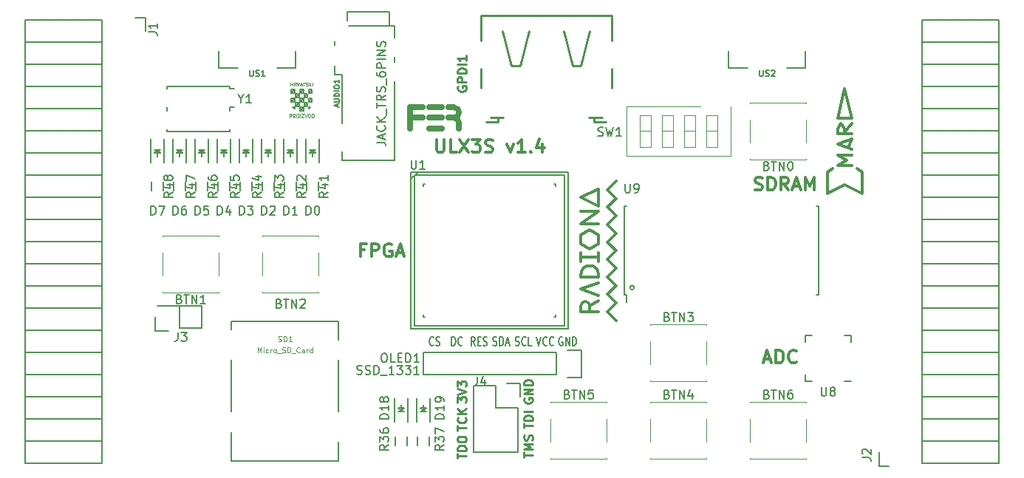
<source format=gto>
G04 #@! TF.FileFunction,Legend,Top*
%FSLAX46Y46*%
G04 Gerber Fmt 4.6, Leading zero omitted, Abs format (unit mm)*
G04 Created by KiCad (PCBNEW 4.0.7+dfsg1-1) date Wed Nov  8 14:16:07 2017*
%MOMM*%
%LPD*%
G01*
G04 APERTURE LIST*
%ADD10C,0.100000*%
%ADD11C,0.300000*%
%ADD12C,0.250000*%
%ADD13C,0.150000*%
%ADD14C,0.254000*%
%ADD15C,0.120000*%
%ADD16C,0.700000*%
%ADD17C,0.200000*%
%ADD18C,0.152400*%
%ADD19C,0.124460*%
%ADD20C,0.075000*%
G04 APERTURE END LIST*
D10*
D11*
X132442858Y-75076571D02*
X132442858Y-76290857D01*
X132514286Y-76433714D01*
X132585715Y-76505143D01*
X132728572Y-76576571D01*
X133014286Y-76576571D01*
X133157144Y-76505143D01*
X133228572Y-76433714D01*
X133300001Y-76290857D01*
X133300001Y-75076571D01*
X134728573Y-76576571D02*
X134014287Y-76576571D01*
X134014287Y-75076571D01*
X135085716Y-75076571D02*
X136085716Y-76576571D01*
X136085716Y-75076571D02*
X135085716Y-76576571D01*
X136514287Y-75076571D02*
X137442858Y-75076571D01*
X136942858Y-75648000D01*
X137157144Y-75648000D01*
X137300001Y-75719429D01*
X137371430Y-75790857D01*
X137442858Y-75933714D01*
X137442858Y-76290857D01*
X137371430Y-76433714D01*
X137300001Y-76505143D01*
X137157144Y-76576571D01*
X136728572Y-76576571D01*
X136585715Y-76505143D01*
X136514287Y-76433714D01*
X138014286Y-76505143D02*
X138228572Y-76576571D01*
X138585715Y-76576571D01*
X138728572Y-76505143D01*
X138800001Y-76433714D01*
X138871429Y-76290857D01*
X138871429Y-76148000D01*
X138800001Y-76005143D01*
X138728572Y-75933714D01*
X138585715Y-75862286D01*
X138300001Y-75790857D01*
X138157143Y-75719429D01*
X138085715Y-75648000D01*
X138014286Y-75505143D01*
X138014286Y-75362286D01*
X138085715Y-75219429D01*
X138157143Y-75148000D01*
X138300001Y-75076571D01*
X138657143Y-75076571D01*
X138871429Y-75148000D01*
X140514286Y-75576571D02*
X140871429Y-76576571D01*
X141228571Y-75576571D01*
X142585714Y-76576571D02*
X141728571Y-76576571D01*
X142157143Y-76576571D02*
X142157143Y-75076571D01*
X142014286Y-75290857D01*
X141871428Y-75433714D01*
X141728571Y-75505143D01*
X143228571Y-76433714D02*
X143299999Y-76505143D01*
X143228571Y-76576571D01*
X143157142Y-76505143D01*
X143228571Y-76433714D01*
X143228571Y-76576571D01*
X144585714Y-75576571D02*
X144585714Y-76576571D01*
X144228571Y-75005143D02*
X143871428Y-76076571D01*
X144800000Y-76076571D01*
X124175429Y-87728857D02*
X123675429Y-87728857D01*
X123675429Y-88514571D02*
X123675429Y-87014571D01*
X124389715Y-87014571D01*
X124961143Y-88514571D02*
X124961143Y-87014571D01*
X125532571Y-87014571D01*
X125675429Y-87086000D01*
X125746857Y-87157429D01*
X125818286Y-87300286D01*
X125818286Y-87514571D01*
X125746857Y-87657429D01*
X125675429Y-87728857D01*
X125532571Y-87800286D01*
X124961143Y-87800286D01*
X127246857Y-87086000D02*
X127104000Y-87014571D01*
X126889714Y-87014571D01*
X126675429Y-87086000D01*
X126532571Y-87228857D01*
X126461143Y-87371714D01*
X126389714Y-87657429D01*
X126389714Y-87871714D01*
X126461143Y-88157429D01*
X126532571Y-88300286D01*
X126675429Y-88443143D01*
X126889714Y-88514571D01*
X127032571Y-88514571D01*
X127246857Y-88443143D01*
X127318286Y-88371714D01*
X127318286Y-87871714D01*
X127032571Y-87871714D01*
X127889714Y-88086000D02*
X128604000Y-88086000D01*
X127746857Y-88514571D02*
X128246857Y-87014571D01*
X128746857Y-88514571D01*
X168903429Y-80823143D02*
X169117715Y-80894571D01*
X169474858Y-80894571D01*
X169617715Y-80823143D01*
X169689144Y-80751714D01*
X169760572Y-80608857D01*
X169760572Y-80466000D01*
X169689144Y-80323143D01*
X169617715Y-80251714D01*
X169474858Y-80180286D01*
X169189144Y-80108857D01*
X169046286Y-80037429D01*
X168974858Y-79966000D01*
X168903429Y-79823143D01*
X168903429Y-79680286D01*
X168974858Y-79537429D01*
X169046286Y-79466000D01*
X169189144Y-79394571D01*
X169546286Y-79394571D01*
X169760572Y-79466000D01*
X170403429Y-80894571D02*
X170403429Y-79394571D01*
X170760572Y-79394571D01*
X170974857Y-79466000D01*
X171117715Y-79608857D01*
X171189143Y-79751714D01*
X171260572Y-80037429D01*
X171260572Y-80251714D01*
X171189143Y-80537429D01*
X171117715Y-80680286D01*
X170974857Y-80823143D01*
X170760572Y-80894571D01*
X170403429Y-80894571D01*
X172760572Y-80894571D02*
X172260572Y-80180286D01*
X171903429Y-80894571D02*
X171903429Y-79394571D01*
X172474857Y-79394571D01*
X172617715Y-79466000D01*
X172689143Y-79537429D01*
X172760572Y-79680286D01*
X172760572Y-79894571D01*
X172689143Y-80037429D01*
X172617715Y-80108857D01*
X172474857Y-80180286D01*
X171903429Y-80180286D01*
X173332000Y-80466000D02*
X174046286Y-80466000D01*
X173189143Y-80894571D02*
X173689143Y-79394571D01*
X174189143Y-80894571D01*
X174689143Y-80894571D02*
X174689143Y-79394571D01*
X175189143Y-80466000D01*
X175689143Y-79394571D01*
X175689143Y-80894571D01*
X169966857Y-100278000D02*
X170681143Y-100278000D01*
X169824000Y-100706571D02*
X170324000Y-99206571D01*
X170824000Y-100706571D01*
X171324000Y-100706571D02*
X171324000Y-99206571D01*
X171681143Y-99206571D01*
X171895428Y-99278000D01*
X172038286Y-99420857D01*
X172109714Y-99563714D01*
X172181143Y-99849429D01*
X172181143Y-100063714D01*
X172109714Y-100349429D01*
X172038286Y-100492286D01*
X171895428Y-100635143D01*
X171681143Y-100706571D01*
X171324000Y-100706571D01*
X173681143Y-100563714D02*
X173609714Y-100635143D01*
X173395428Y-100706571D01*
X173252571Y-100706571D01*
X173038286Y-100635143D01*
X172895428Y-100492286D01*
X172824000Y-100349429D01*
X172752571Y-100063714D01*
X172752571Y-99849429D01*
X172824000Y-99563714D01*
X172895428Y-99420857D01*
X173038286Y-99278000D01*
X173252571Y-99206571D01*
X173395428Y-99206571D01*
X173609714Y-99278000D01*
X173681143Y-99349429D01*
D12*
X142447381Y-111521333D02*
X142447381Y-110949904D01*
X143447381Y-111235619D02*
X142447381Y-111235619D01*
X143447381Y-110616571D02*
X142447381Y-110616571D01*
X143161667Y-110283237D01*
X142447381Y-109949904D01*
X143447381Y-109949904D01*
X143399762Y-109521333D02*
X143447381Y-109378476D01*
X143447381Y-109140380D01*
X143399762Y-109045142D01*
X143352143Y-108997523D01*
X143256905Y-108949904D01*
X143161667Y-108949904D01*
X143066429Y-108997523D01*
X143018810Y-109045142D01*
X142971190Y-109140380D01*
X142923571Y-109330857D01*
X142875952Y-109426095D01*
X142828333Y-109473714D01*
X142733095Y-109521333D01*
X142637857Y-109521333D01*
X142542619Y-109473714D01*
X142495000Y-109426095D01*
X142447381Y-109330857D01*
X142447381Y-109092761D01*
X142495000Y-108949904D01*
X142447381Y-108163809D02*
X142447381Y-107592380D01*
X143447381Y-107878095D02*
X142447381Y-107878095D01*
X143447381Y-107259047D02*
X142447381Y-107259047D01*
X142447381Y-107020952D01*
X142495000Y-106878094D01*
X142590238Y-106782856D01*
X142685476Y-106735237D01*
X142875952Y-106687618D01*
X143018810Y-106687618D01*
X143209286Y-106735237D01*
X143304524Y-106782856D01*
X143399762Y-106878094D01*
X143447381Y-107020952D01*
X143447381Y-107259047D01*
X143447381Y-106259047D02*
X142447381Y-106259047D01*
X142495000Y-104726904D02*
X142447381Y-104822142D01*
X142447381Y-104964999D01*
X142495000Y-105107857D01*
X142590238Y-105203095D01*
X142685476Y-105250714D01*
X142875952Y-105298333D01*
X143018810Y-105298333D01*
X143209286Y-105250714D01*
X143304524Y-105203095D01*
X143399762Y-105107857D01*
X143447381Y-104964999D01*
X143447381Y-104869761D01*
X143399762Y-104726904D01*
X143352143Y-104679285D01*
X143018810Y-104679285D01*
X143018810Y-104869761D01*
X143447381Y-104250714D02*
X142447381Y-104250714D01*
X143447381Y-103679285D01*
X142447381Y-103679285D01*
X143447381Y-103203095D02*
X142447381Y-103203095D01*
X142447381Y-102965000D01*
X142495000Y-102822142D01*
X142590238Y-102726904D01*
X142685476Y-102679285D01*
X142875952Y-102631666D01*
X143018810Y-102631666D01*
X143209286Y-102679285D01*
X143304524Y-102726904D01*
X143399762Y-102822142D01*
X143447381Y-102965000D01*
X143447381Y-103203095D01*
X134827381Y-111624524D02*
X134827381Y-111053095D01*
X135827381Y-111338810D02*
X134827381Y-111338810D01*
X135827381Y-110719762D02*
X134827381Y-110719762D01*
X134827381Y-110481667D01*
X134875000Y-110338809D01*
X134970238Y-110243571D01*
X135065476Y-110195952D01*
X135255952Y-110148333D01*
X135398810Y-110148333D01*
X135589286Y-110195952D01*
X135684524Y-110243571D01*
X135779762Y-110338809D01*
X135827381Y-110481667D01*
X135827381Y-110719762D01*
X134827381Y-109529286D02*
X134827381Y-109338809D01*
X134875000Y-109243571D01*
X134970238Y-109148333D01*
X135160714Y-109100714D01*
X135494048Y-109100714D01*
X135684524Y-109148333D01*
X135779762Y-109243571D01*
X135827381Y-109338809D01*
X135827381Y-109529286D01*
X135779762Y-109624524D01*
X135684524Y-109719762D01*
X135494048Y-109767381D01*
X135160714Y-109767381D01*
X134970238Y-109719762D01*
X134875000Y-109624524D01*
X134827381Y-109529286D01*
X134827381Y-108425714D02*
X134827381Y-107854285D01*
X135827381Y-108140000D02*
X134827381Y-108140000D01*
X135732143Y-106949523D02*
X135779762Y-106997142D01*
X135827381Y-107139999D01*
X135827381Y-107235237D01*
X135779762Y-107378095D01*
X135684524Y-107473333D01*
X135589286Y-107520952D01*
X135398810Y-107568571D01*
X135255952Y-107568571D01*
X135065476Y-107520952D01*
X134970238Y-107473333D01*
X134875000Y-107378095D01*
X134827381Y-107235237D01*
X134827381Y-107139999D01*
X134875000Y-106997142D01*
X134922619Y-106949523D01*
X135827381Y-106520952D02*
X134827381Y-106520952D01*
X135827381Y-105949523D02*
X135255952Y-106378095D01*
X134827381Y-105949523D02*
X135398810Y-106520952D01*
X134827381Y-105203095D02*
X134827381Y-104584047D01*
X135208333Y-104917381D01*
X135208333Y-104774523D01*
X135255952Y-104679285D01*
X135303571Y-104631666D01*
X135398810Y-104584047D01*
X135636905Y-104584047D01*
X135732143Y-104631666D01*
X135779762Y-104679285D01*
X135827381Y-104774523D01*
X135827381Y-105060238D01*
X135779762Y-105155476D01*
X135732143Y-105203095D01*
X134827381Y-104298333D02*
X135827381Y-103965000D01*
X134827381Y-103631666D01*
X134827381Y-103393571D02*
X134827381Y-102774523D01*
X135208333Y-103107857D01*
X135208333Y-102964999D01*
X135255952Y-102869761D01*
X135303571Y-102822142D01*
X135398810Y-102774523D01*
X135636905Y-102774523D01*
X135732143Y-102822142D01*
X135779762Y-102869761D01*
X135827381Y-102964999D01*
X135827381Y-103250714D01*
X135779762Y-103345952D01*
X135732143Y-103393571D01*
D13*
X117480000Y-75060000D02*
X117480000Y-77760000D01*
X118980000Y-75060000D02*
X118980000Y-77760000D01*
X118080000Y-76560000D02*
X118330000Y-76560000D01*
X118330000Y-76560000D02*
X118180000Y-76410000D01*
X118580000Y-76310000D02*
X117880000Y-76310000D01*
X118230000Y-76660000D02*
X118230000Y-77010000D01*
X118230000Y-76310000D02*
X118580000Y-76660000D01*
X118580000Y-76660000D02*
X117880000Y-76660000D01*
X117880000Y-76660000D02*
X118230000Y-76310000D01*
X114940000Y-75060000D02*
X114940000Y-77760000D01*
X116440000Y-75060000D02*
X116440000Y-77760000D01*
X115540000Y-76560000D02*
X115790000Y-76560000D01*
X115790000Y-76560000D02*
X115640000Y-76410000D01*
X116040000Y-76310000D02*
X115340000Y-76310000D01*
X115690000Y-76660000D02*
X115690000Y-77010000D01*
X115690000Y-76310000D02*
X116040000Y-76660000D01*
X116040000Y-76660000D02*
X115340000Y-76660000D01*
X115340000Y-76660000D02*
X115690000Y-76310000D01*
X112400000Y-75060000D02*
X112400000Y-77760000D01*
X113900000Y-75060000D02*
X113900000Y-77760000D01*
X113000000Y-76560000D02*
X113250000Y-76560000D01*
X113250000Y-76560000D02*
X113100000Y-76410000D01*
X113500000Y-76310000D02*
X112800000Y-76310000D01*
X113150000Y-76660000D02*
X113150000Y-77010000D01*
X113150000Y-76310000D02*
X113500000Y-76660000D01*
X113500000Y-76660000D02*
X112800000Y-76660000D01*
X112800000Y-76660000D02*
X113150000Y-76310000D01*
X109860000Y-75060000D02*
X109860000Y-77760000D01*
X111360000Y-75060000D02*
X111360000Y-77760000D01*
X110460000Y-76560000D02*
X110710000Y-76560000D01*
X110710000Y-76560000D02*
X110560000Y-76410000D01*
X110960000Y-76310000D02*
X110260000Y-76310000D01*
X110610000Y-76660000D02*
X110610000Y-77010000D01*
X110610000Y-76310000D02*
X110960000Y-76660000D01*
X110960000Y-76660000D02*
X110260000Y-76660000D01*
X110260000Y-76660000D02*
X110610000Y-76310000D01*
X107320000Y-75060000D02*
X107320000Y-77760000D01*
X108820000Y-75060000D02*
X108820000Y-77760000D01*
X107920000Y-76560000D02*
X108170000Y-76560000D01*
X108170000Y-76560000D02*
X108020000Y-76410000D01*
X108420000Y-76310000D02*
X107720000Y-76310000D01*
X108070000Y-76660000D02*
X108070000Y-77010000D01*
X108070000Y-76310000D02*
X108420000Y-76660000D01*
X108420000Y-76660000D02*
X107720000Y-76660000D01*
X107720000Y-76660000D02*
X108070000Y-76310000D01*
X104780000Y-75060000D02*
X104780000Y-77760000D01*
X106280000Y-75060000D02*
X106280000Y-77760000D01*
X105380000Y-76560000D02*
X105630000Y-76560000D01*
X105630000Y-76560000D02*
X105480000Y-76410000D01*
X105880000Y-76310000D02*
X105180000Y-76310000D01*
X105530000Y-76660000D02*
X105530000Y-77010000D01*
X105530000Y-76310000D02*
X105880000Y-76660000D01*
X105880000Y-76660000D02*
X105180000Y-76660000D01*
X105180000Y-76660000D02*
X105530000Y-76310000D01*
X102240000Y-75060000D02*
X102240000Y-77760000D01*
X103740000Y-75060000D02*
X103740000Y-77760000D01*
X102840000Y-76560000D02*
X103090000Y-76560000D01*
X103090000Y-76560000D02*
X102940000Y-76410000D01*
X103340000Y-76310000D02*
X102640000Y-76310000D01*
X102990000Y-76660000D02*
X102990000Y-77010000D01*
X102990000Y-76310000D02*
X103340000Y-76660000D01*
X103340000Y-76660000D02*
X102640000Y-76660000D01*
X102640000Y-76660000D02*
X102990000Y-76310000D01*
X99700000Y-75060000D02*
X99700000Y-77760000D01*
X101200000Y-75060000D02*
X101200000Y-77760000D01*
X100300000Y-76560000D02*
X100550000Y-76560000D01*
X100550000Y-76560000D02*
X100400000Y-76410000D01*
X100800000Y-76310000D02*
X100100000Y-76310000D01*
X100450000Y-76660000D02*
X100450000Y-77010000D01*
X100450000Y-76310000D02*
X100800000Y-76660000D01*
X100800000Y-76660000D02*
X100100000Y-76660000D01*
X100100000Y-76660000D02*
X100450000Y-76310000D01*
X176180000Y-92880000D02*
X175980000Y-92880000D01*
X176180000Y-82720000D02*
X175980000Y-82720000D01*
X155080000Y-92050000D02*
G75*
G03X155080000Y-92050000I-250000J0D01*
G01*
X154180000Y-92880000D02*
X154180000Y-93700000D01*
X153980000Y-92880000D02*
X154180000Y-92880000D01*
X153980000Y-82720000D02*
X154180000Y-82720000D01*
X176190000Y-82720000D02*
X176190000Y-92880000D01*
X153970000Y-92880000D02*
X153970000Y-82720000D01*
X85270000Y-112220000D02*
X94100000Y-112220000D01*
X85270000Y-109680000D02*
X85270000Y-112220000D01*
X94100000Y-109680000D02*
X94100000Y-112220000D01*
X94100000Y-112220000D02*
X85270000Y-112220000D01*
X94100000Y-109680000D02*
X85270000Y-109680000D01*
X94100000Y-107140000D02*
X94100000Y-109680000D01*
X85270000Y-107140000D02*
X85270000Y-109680000D01*
X85270000Y-109680000D02*
X94100000Y-109680000D01*
X85270000Y-91900000D02*
X94100000Y-91900000D01*
X85270000Y-89360000D02*
X85270000Y-91900000D01*
X94100000Y-89360000D02*
X94100000Y-91900000D01*
X94100000Y-91900000D02*
X85270000Y-91900000D01*
X94100000Y-94440000D02*
X85270000Y-94440000D01*
X94100000Y-91900000D02*
X94100000Y-94440000D01*
X85270000Y-91900000D02*
X85270000Y-94440000D01*
X85270000Y-94440000D02*
X94100000Y-94440000D01*
X85270000Y-107140000D02*
X94100000Y-107140000D01*
X85270000Y-104600000D02*
X85270000Y-107140000D01*
X94100000Y-104600000D02*
X94100000Y-107140000D01*
X94100000Y-107140000D02*
X85270000Y-107140000D01*
X94100000Y-104600000D02*
X85270000Y-104600000D01*
X94100000Y-102060000D02*
X94100000Y-104600000D01*
X85270000Y-102060000D02*
X85270000Y-104600000D01*
X85270000Y-104600000D02*
X94100000Y-104600000D01*
X85270000Y-102060000D02*
X94100000Y-102060000D01*
X85270000Y-99520000D02*
X85270000Y-102060000D01*
X94100000Y-99520000D02*
X94100000Y-102060000D01*
X94100000Y-102060000D02*
X85270000Y-102060000D01*
X94100000Y-99520000D02*
X85270000Y-99520000D01*
X94100000Y-96980000D02*
X94100000Y-99520000D01*
X85270000Y-96980000D02*
X85270000Y-99520000D01*
X85270000Y-99520000D02*
X94100000Y-99520000D01*
X85270000Y-96980000D02*
X94100000Y-96980000D01*
X85270000Y-94440000D02*
X85270000Y-96980000D01*
X94100000Y-94440000D02*
X94100000Y-96980000D01*
X94100000Y-96980000D02*
X85270000Y-96980000D01*
X94100000Y-79200000D02*
X85270000Y-79200000D01*
X94100000Y-76660000D02*
X94100000Y-79200000D01*
X85270000Y-76660000D02*
X85270000Y-79200000D01*
X85270000Y-79200000D02*
X94100000Y-79200000D01*
X85270000Y-81740000D02*
X94100000Y-81740000D01*
X85270000Y-79200000D02*
X85270000Y-81740000D01*
X94100000Y-79200000D02*
X94100000Y-81740000D01*
X94100000Y-81740000D02*
X85270000Y-81740000D01*
X94100000Y-84280000D02*
X85270000Y-84280000D01*
X94100000Y-81740000D02*
X94100000Y-84280000D01*
X85270000Y-81740000D02*
X85270000Y-84280000D01*
X85270000Y-84280000D02*
X94100000Y-84280000D01*
X85270000Y-86820000D02*
X94100000Y-86820000D01*
X85270000Y-84280000D02*
X85270000Y-86820000D01*
X94100000Y-84280000D02*
X94100000Y-86820000D01*
X94100000Y-86820000D02*
X85270000Y-86820000D01*
X94100000Y-89360000D02*
X85270000Y-89360000D01*
X94100000Y-86820000D02*
X94100000Y-89360000D01*
X85270000Y-86820000D02*
X85270000Y-89360000D01*
X85270000Y-89360000D02*
X94100000Y-89360000D01*
X85270000Y-76660000D02*
X94100000Y-76660000D01*
X85270000Y-74120000D02*
X85270000Y-76660000D01*
X94100000Y-74120000D02*
X94100000Y-76660000D01*
X94100000Y-76660000D02*
X85270000Y-76660000D01*
X94100000Y-74120000D02*
X85270000Y-74120000D01*
X94100000Y-71580000D02*
X94100000Y-74120000D01*
X85270000Y-71580000D02*
X85270000Y-74120000D01*
X85270000Y-74120000D02*
X94100000Y-74120000D01*
X85270000Y-71580000D02*
X94100000Y-71580000D01*
X85270000Y-69040000D02*
X85270000Y-71580000D01*
X94100000Y-69040000D02*
X94100000Y-71580000D01*
X94100000Y-71580000D02*
X85270000Y-71580000D01*
X94100000Y-69040000D02*
X85270000Y-69040000D01*
X94100000Y-66500000D02*
X94100000Y-69040000D01*
X85270000Y-66500000D02*
X85270000Y-69040000D01*
X85270000Y-69040000D02*
X94100000Y-69040000D01*
X85270000Y-66500000D02*
X94100000Y-66500000D01*
X85270000Y-63960000D02*
X85270000Y-66500000D01*
X94100000Y-63960000D02*
X94100000Y-66500000D01*
X94100000Y-66500000D02*
X85270000Y-66500000D01*
X94100000Y-63960000D02*
X85270000Y-63960000D01*
X94100000Y-61420000D02*
X94100000Y-63960000D01*
X99060000Y-62690000D02*
X99060000Y-61140000D01*
X99060000Y-61140000D02*
X97910000Y-61140000D01*
X94100000Y-61420000D02*
X85270000Y-61420000D01*
X85270000Y-61420000D02*
X85270000Y-63960000D01*
X85270000Y-63960000D02*
X94100000Y-63960000D01*
X196910000Y-61420000D02*
X188080000Y-61420000D01*
X196910000Y-63960000D02*
X196910000Y-61420000D01*
X188080000Y-63960000D02*
X188080000Y-61420000D01*
X188080000Y-61420000D02*
X196910000Y-61420000D01*
X188080000Y-63960000D02*
X196910000Y-63960000D01*
X188080000Y-66500000D02*
X188080000Y-63960000D01*
X196910000Y-66500000D02*
X196910000Y-63960000D01*
X196910000Y-63960000D02*
X188080000Y-63960000D01*
X196910000Y-81740000D02*
X188080000Y-81740000D01*
X196910000Y-84280000D02*
X196910000Y-81740000D01*
X188080000Y-84280000D02*
X188080000Y-81740000D01*
X188080000Y-81740000D02*
X196910000Y-81740000D01*
X188080000Y-79200000D02*
X196910000Y-79200000D01*
X188080000Y-81740000D02*
X188080000Y-79200000D01*
X196910000Y-81740000D02*
X196910000Y-79200000D01*
X196910000Y-79200000D02*
X188080000Y-79200000D01*
X196910000Y-66500000D02*
X188080000Y-66500000D01*
X196910000Y-69040000D02*
X196910000Y-66500000D01*
X188080000Y-69040000D02*
X188080000Y-66500000D01*
X188080000Y-66500000D02*
X196910000Y-66500000D01*
X188080000Y-69040000D02*
X196910000Y-69040000D01*
X188080000Y-71580000D02*
X188080000Y-69040000D01*
X196910000Y-71580000D02*
X196910000Y-69040000D01*
X196910000Y-69040000D02*
X188080000Y-69040000D01*
X196910000Y-71580000D02*
X188080000Y-71580000D01*
X196910000Y-74120000D02*
X196910000Y-71580000D01*
X188080000Y-74120000D02*
X188080000Y-71580000D01*
X188080000Y-71580000D02*
X196910000Y-71580000D01*
X188080000Y-74120000D02*
X196910000Y-74120000D01*
X188080000Y-76660000D02*
X188080000Y-74120000D01*
X196910000Y-76660000D02*
X196910000Y-74120000D01*
X196910000Y-74120000D02*
X188080000Y-74120000D01*
X196910000Y-76660000D02*
X188080000Y-76660000D01*
X196910000Y-79200000D02*
X196910000Y-76660000D01*
X188080000Y-79200000D02*
X188080000Y-76660000D01*
X188080000Y-76660000D02*
X196910000Y-76660000D01*
X188080000Y-94440000D02*
X196910000Y-94440000D01*
X188080000Y-96980000D02*
X188080000Y-94440000D01*
X196910000Y-96980000D02*
X196910000Y-94440000D01*
X196910000Y-94440000D02*
X188080000Y-94440000D01*
X196910000Y-91900000D02*
X188080000Y-91900000D01*
X196910000Y-94440000D02*
X196910000Y-91900000D01*
X188080000Y-94440000D02*
X188080000Y-91900000D01*
X188080000Y-91900000D02*
X196910000Y-91900000D01*
X188080000Y-89360000D02*
X196910000Y-89360000D01*
X188080000Y-91900000D02*
X188080000Y-89360000D01*
X196910000Y-91900000D02*
X196910000Y-89360000D01*
X196910000Y-89360000D02*
X188080000Y-89360000D01*
X196910000Y-86820000D02*
X188080000Y-86820000D01*
X196910000Y-89360000D02*
X196910000Y-86820000D01*
X188080000Y-89360000D02*
X188080000Y-86820000D01*
X188080000Y-86820000D02*
X196910000Y-86820000D01*
X188080000Y-84280000D02*
X196910000Y-84280000D01*
X188080000Y-86820000D02*
X188080000Y-84280000D01*
X196910000Y-86820000D02*
X196910000Y-84280000D01*
X196910000Y-84280000D02*
X188080000Y-84280000D01*
X196910000Y-96980000D02*
X188080000Y-96980000D01*
X196910000Y-99520000D02*
X196910000Y-96980000D01*
X188080000Y-99520000D02*
X188080000Y-96980000D01*
X188080000Y-96980000D02*
X196910000Y-96980000D01*
X188080000Y-99520000D02*
X196910000Y-99520000D01*
X188080000Y-102060000D02*
X188080000Y-99520000D01*
X196910000Y-102060000D02*
X196910000Y-99520000D01*
X196910000Y-99520000D02*
X188080000Y-99520000D01*
X196910000Y-102060000D02*
X188080000Y-102060000D01*
X196910000Y-104600000D02*
X196910000Y-102060000D01*
X188080000Y-104600000D02*
X188080000Y-102060000D01*
X188080000Y-102060000D02*
X196910000Y-102060000D01*
X188080000Y-104600000D02*
X196910000Y-104600000D01*
X188080000Y-107140000D02*
X188080000Y-104600000D01*
X196910000Y-107140000D02*
X196910000Y-104600000D01*
X196910000Y-104600000D02*
X188080000Y-104600000D01*
X196910000Y-107140000D02*
X188080000Y-107140000D01*
X196910000Y-109680000D02*
X196910000Y-107140000D01*
X188080000Y-109680000D02*
X188080000Y-107140000D01*
X188080000Y-107140000D02*
X196910000Y-107140000D01*
X188080000Y-109680000D02*
X196910000Y-109680000D01*
X188080000Y-112220000D02*
X188080000Y-109680000D01*
X183120000Y-110950000D02*
X183120000Y-112500000D01*
X183120000Y-112500000D02*
X184270000Y-112500000D01*
X188080000Y-112220000D02*
X196910000Y-112220000D01*
X196910000Y-112220000D02*
X196910000Y-109680000D01*
X196910000Y-109680000D02*
X188080000Y-109680000D01*
X108724000Y-69280000D02*
X109274000Y-69280000D01*
X101524000Y-68980000D02*
X101524000Y-69280000D01*
X101524000Y-74180000D02*
X101524000Y-73880000D01*
X108724000Y-74180000D02*
X108724000Y-73880000D01*
X108724000Y-68980000D02*
X108724000Y-69280000D01*
X108724000Y-68980000D02*
X101524000Y-68980000D01*
X108724000Y-71380000D02*
X109274000Y-71380000D01*
X108724000Y-74180000D02*
X101524000Y-74180000D01*
X101524000Y-71380000D02*
X101524000Y-71780000D01*
X108724000Y-71380000D02*
X108724000Y-71780000D01*
X100170000Y-95456000D02*
X100170000Y-97006000D01*
X102990000Y-94186000D02*
X100450000Y-94186000D01*
X100170000Y-97006000D02*
X101720000Y-97006000D01*
X105530000Y-94186000D02*
X102990000Y-94186000D01*
X102990000Y-94186000D02*
X102990000Y-96726000D01*
X102990000Y-96726000D02*
X105530000Y-96726000D01*
X105530000Y-96726000D02*
X105530000Y-94186000D01*
X129140000Y-107470000D02*
X129140000Y-104770000D01*
X127640000Y-107470000D02*
X127640000Y-104770000D01*
X128540000Y-105970000D02*
X128290000Y-105970000D01*
X128290000Y-105970000D02*
X128440000Y-106120000D01*
X128040000Y-106220000D02*
X128740000Y-106220000D01*
X128390000Y-105870000D02*
X128390000Y-105520000D01*
X128390000Y-106220000D02*
X128040000Y-105870000D01*
X128040000Y-105870000D02*
X128740000Y-105870000D01*
X128740000Y-105870000D02*
X128390000Y-106220000D01*
X131680000Y-107470000D02*
X131680000Y-104770000D01*
X130180000Y-107470000D02*
X130180000Y-104770000D01*
X131080000Y-105970000D02*
X130830000Y-105970000D01*
X130830000Y-105970000D02*
X130980000Y-106120000D01*
X130580000Y-106220000D02*
X131280000Y-106220000D01*
X130930000Y-105870000D02*
X130930000Y-105520000D01*
X130930000Y-106220000D02*
X130580000Y-105870000D01*
X130580000Y-105870000D02*
X131280000Y-105870000D01*
X131280000Y-105870000D02*
X130930000Y-106220000D01*
X127715000Y-110180000D02*
X127715000Y-109180000D01*
X129065000Y-109180000D02*
X129065000Y-110180000D01*
X131605000Y-109180000D02*
X131605000Y-110180000D01*
X130255000Y-110180000D02*
X130255000Y-109180000D01*
X116280000Y-64925000D02*
X116280000Y-66925000D01*
X116280000Y-66925000D02*
X114130000Y-66925000D01*
X109630000Y-66925000D02*
X107480000Y-66925000D01*
X107480000Y-66925000D02*
X107480000Y-64975000D01*
X174700000Y-64925000D02*
X174700000Y-66925000D01*
X174700000Y-66925000D02*
X172550000Y-66925000D01*
X168050000Y-66925000D02*
X165900000Y-66925000D01*
X165900000Y-66925000D02*
X165900000Y-64975000D01*
X141725000Y-110950000D02*
X141725000Y-105870000D01*
X142005000Y-103050000D02*
X142005000Y-104600000D01*
X139185000Y-103330000D02*
X139185000Y-105870000D01*
X139185000Y-105870000D02*
X141725000Y-105870000D01*
X141725000Y-110950000D02*
X136645000Y-110950000D01*
X136645000Y-110950000D02*
X136645000Y-105870000D01*
X142005000Y-103050000D02*
X140455000Y-103050000D01*
X136645000Y-103330000D02*
X139185000Y-103330000D01*
X136645000Y-105870000D02*
X136645000Y-103330000D01*
X118905000Y-79970000D02*
X118905000Y-80970000D01*
X117555000Y-80970000D02*
X117555000Y-79970000D01*
X116365000Y-79970000D02*
X116365000Y-80970000D01*
X115015000Y-80970000D02*
X115015000Y-79970000D01*
X113825000Y-79970000D02*
X113825000Y-80970000D01*
X112475000Y-80970000D02*
X112475000Y-79970000D01*
X111285000Y-79970000D02*
X111285000Y-80970000D01*
X109935000Y-80970000D02*
X109935000Y-79970000D01*
X108745000Y-79970000D02*
X108745000Y-80970000D01*
X107395000Y-80970000D02*
X107395000Y-79970000D01*
X106205000Y-79970000D02*
X106205000Y-80970000D01*
X104855000Y-80970000D02*
X104855000Y-79970000D01*
X103665000Y-79970000D02*
X103665000Y-80970000D01*
X102315000Y-80970000D02*
X102315000Y-79970000D01*
X101125000Y-79970000D02*
X101125000Y-80970000D01*
X99775000Y-80970000D02*
X99775000Y-79970000D01*
X174660000Y-102780000D02*
X174660000Y-102030000D01*
X179910000Y-97530000D02*
X179910000Y-98280000D01*
X174660000Y-97530000D02*
X174660000Y-98280000D01*
X179910000Y-102780000D02*
X179160000Y-102780000D01*
X179910000Y-97530000D02*
X179160000Y-97530000D01*
X174660000Y-97530000D02*
X175410000Y-97530000D01*
X174660000Y-102780000D02*
X175410000Y-102780000D01*
X146170000Y-99520000D02*
X130930000Y-99520000D01*
X130930000Y-99520000D02*
X130930000Y-102060000D01*
X130930000Y-102060000D02*
X146170000Y-102060000D01*
X148990000Y-99240000D02*
X147440000Y-99240000D01*
X146170000Y-99520000D02*
X146170000Y-102060000D01*
X147440000Y-102340000D02*
X148990000Y-102340000D01*
X148990000Y-102340000D02*
X148990000Y-99240000D01*
X122180000Y-60440000D02*
X122180000Y-61440000D01*
X126980000Y-60440000D02*
X122180000Y-60440000D01*
X126980000Y-62040000D02*
X126980000Y-60440000D01*
X127580000Y-62040000D02*
X122380000Y-62040000D01*
X120780000Y-64240000D02*
X120780000Y-63840000D01*
X120780000Y-67640000D02*
X120780000Y-66640000D01*
X121580000Y-67640000D02*
X120780000Y-67640000D01*
X121580000Y-73240000D02*
X121580000Y-67640000D01*
X121580000Y-77440000D02*
X121580000Y-76440000D01*
X127580000Y-77440000D02*
X121580000Y-77440000D01*
X127580000Y-68440000D02*
X127580000Y-77440000D01*
X127580000Y-65640000D02*
X127580000Y-66240000D01*
X127580000Y-62040000D02*
X127580000Y-63440000D01*
D14*
X151378260Y-72548160D02*
X150479100Y-72548160D01*
X150479100Y-72548160D02*
X149879660Y-72548160D01*
X140080340Y-72548160D02*
X139480900Y-72548160D01*
X139480900Y-72548160D02*
X138581740Y-72548160D01*
X137481920Y-69149640D02*
X137481920Y-66998260D01*
X137481920Y-63800400D02*
X137481920Y-60892100D01*
X137481920Y-60892100D02*
X152478080Y-60892100D01*
X152478080Y-60892100D02*
X152478080Y-63800400D01*
X152478080Y-66998260D02*
X152478080Y-69149640D01*
X138106760Y-73048540D02*
X139480900Y-73048540D01*
X139480900Y-73048540D02*
X139480900Y-72548160D01*
X150479100Y-72548160D02*
X150479100Y-73048540D01*
X150479100Y-73048540D02*
X151865940Y-73048540D01*
X142981020Y-62632000D02*
X141980260Y-66632500D01*
X141980260Y-66632500D02*
X140982040Y-66632500D01*
X140982040Y-66632500D02*
X139981280Y-62632000D01*
X146978980Y-62632000D02*
X147979740Y-66632500D01*
X147979740Y-66632500D02*
X148977960Y-66632500D01*
X148977960Y-66632500D02*
X149978720Y-62632000D01*
D15*
X168340000Y-77350000D02*
X168340000Y-77320000D01*
X168340000Y-70890000D02*
X168340000Y-70920000D01*
X174800000Y-70890000D02*
X174800000Y-70920000D01*
X174800000Y-77320000D02*
X174800000Y-77350000D01*
X168340000Y-75420000D02*
X168340000Y-72820000D01*
X174800000Y-77350000D02*
X168340000Y-77350000D01*
X174800000Y-75420000D02*
X174800000Y-72820000D01*
X174800000Y-70890000D02*
X168340000Y-70890000D01*
X107490000Y-86130000D02*
X107490000Y-86160000D01*
X107490000Y-92590000D02*
X107490000Y-92560000D01*
X101030000Y-92590000D02*
X101030000Y-92560000D01*
X101030000Y-86160000D02*
X101030000Y-86130000D01*
X107490000Y-88060000D02*
X107490000Y-90660000D01*
X101030000Y-86130000D02*
X107490000Y-86130000D01*
X101030000Y-88060000D02*
X101030000Y-90660000D01*
X101030000Y-92590000D02*
X107490000Y-92590000D01*
X118920000Y-86130000D02*
X118920000Y-86160000D01*
X118920000Y-92590000D02*
X118920000Y-92560000D01*
X112460000Y-92590000D02*
X112460000Y-92560000D01*
X112460000Y-86160000D02*
X112460000Y-86130000D01*
X118920000Y-88060000D02*
X118920000Y-90660000D01*
X112460000Y-86130000D02*
X118920000Y-86130000D01*
X112460000Y-88060000D02*
X112460000Y-90660000D01*
X112460000Y-92590000D02*
X118920000Y-92590000D01*
X163370000Y-96290000D02*
X163370000Y-96320000D01*
X163370000Y-102750000D02*
X163370000Y-102720000D01*
X156910000Y-102750000D02*
X156910000Y-102720000D01*
X156910000Y-96320000D02*
X156910000Y-96290000D01*
X163370000Y-98220000D02*
X163370000Y-100820000D01*
X156910000Y-96290000D02*
X163370000Y-96290000D01*
X156910000Y-98220000D02*
X156910000Y-100820000D01*
X156910000Y-102750000D02*
X163370000Y-102750000D01*
X156910000Y-111640000D02*
X156910000Y-111610000D01*
X156910000Y-105180000D02*
X156910000Y-105210000D01*
X163370000Y-105180000D02*
X163370000Y-105210000D01*
X163370000Y-111610000D02*
X163370000Y-111640000D01*
X156910000Y-109710000D02*
X156910000Y-107110000D01*
X163370000Y-111640000D02*
X156910000Y-111640000D01*
X163370000Y-109710000D02*
X163370000Y-107110000D01*
X163370000Y-105180000D02*
X156910000Y-105180000D01*
X145480000Y-111640000D02*
X145480000Y-111610000D01*
X145480000Y-105180000D02*
X145480000Y-105210000D01*
X151940000Y-105180000D02*
X151940000Y-105210000D01*
X151940000Y-111610000D02*
X151940000Y-111640000D01*
X145480000Y-109710000D02*
X145480000Y-107110000D01*
X151940000Y-111640000D02*
X145480000Y-111640000D01*
X151940000Y-109710000D02*
X151940000Y-107110000D01*
X151940000Y-105180000D02*
X145480000Y-105180000D01*
X168340000Y-111640000D02*
X168340000Y-111610000D01*
X168340000Y-105180000D02*
X168340000Y-105210000D01*
X174800000Y-105180000D02*
X174800000Y-105210000D01*
X174800000Y-111610000D02*
X174800000Y-111640000D01*
X168340000Y-109710000D02*
X168340000Y-107110000D01*
X174800000Y-111640000D02*
X168340000Y-111640000D01*
X174800000Y-109710000D02*
X174800000Y-107110000D01*
X174800000Y-105180000D02*
X168340000Y-105180000D01*
X166120000Y-71275000D02*
X166120000Y-76965000D01*
X166120000Y-76965000D02*
X154160000Y-76965000D01*
X154160000Y-76965000D02*
X154160000Y-71275000D01*
X154160000Y-71275000D02*
X162680000Y-71275000D01*
X164585000Y-72310000D02*
X163315000Y-72310000D01*
X163315000Y-72310000D02*
X163315000Y-75930000D01*
X163315000Y-75930000D02*
X164585000Y-75930000D01*
X164585000Y-75930000D02*
X164585000Y-72310000D01*
X164585000Y-74120000D02*
X163315000Y-74120000D01*
X162045000Y-72310000D02*
X160775000Y-72310000D01*
X160775000Y-72310000D02*
X160775000Y-75930000D01*
X160775000Y-75930000D02*
X162045000Y-75930000D01*
X162045000Y-75930000D02*
X162045000Y-72310000D01*
X162045000Y-74120000D02*
X160775000Y-74120000D01*
X159505000Y-72310000D02*
X158235000Y-72310000D01*
X158235000Y-72310000D02*
X158235000Y-75930000D01*
X158235000Y-75930000D02*
X159505000Y-75930000D01*
X159505000Y-75930000D02*
X159505000Y-72310000D01*
X159505000Y-74120000D02*
X158235000Y-74120000D01*
X156965000Y-72310000D02*
X155695000Y-72310000D01*
X155695000Y-72310000D02*
X155695000Y-75930000D01*
X155695000Y-75930000D02*
X156965000Y-75930000D01*
X156965000Y-75930000D02*
X156965000Y-72310000D01*
X156965000Y-74120000D02*
X155695000Y-74120000D01*
D13*
X130880000Y-80200000D02*
X131080000Y-80200000D01*
X130880000Y-80400000D02*
X130880000Y-80200000D01*
X146080000Y-80200000D02*
X146080000Y-80400000D01*
X145880000Y-80200000D02*
X146080000Y-80200000D01*
X146080000Y-95400000D02*
X146080000Y-95200000D01*
X145880000Y-95400000D02*
X146080000Y-95400000D01*
X130880000Y-95400000D02*
X131080000Y-95400000D01*
X130880000Y-95200000D02*
X130880000Y-95400000D01*
X130280000Y-78800000D02*
X129480000Y-79600000D01*
X129480000Y-96800000D02*
X129480000Y-78800000D01*
X147480000Y-96800000D02*
X129480000Y-96800000D01*
X147480000Y-78800000D02*
X147480000Y-96800000D01*
X129480000Y-78800000D02*
X147480000Y-78800000D01*
X129880000Y-96400000D02*
X129880000Y-79200000D01*
X147080000Y-96400000D02*
X129880000Y-96400000D01*
X147080000Y-79200000D02*
X147080000Y-96400000D01*
X129880000Y-79200000D02*
X147080000Y-79200000D01*
X121205000Y-111915000D02*
X121205000Y-109765000D01*
X108905000Y-111915000D02*
X121205000Y-111915000D01*
X108905000Y-108665000D02*
X108905000Y-111915000D01*
X108905000Y-100365000D02*
X108905000Y-106265000D01*
X121205000Y-106265000D02*
X121205000Y-100365000D01*
X108905000Y-95965000D02*
X108905000Y-96865000D01*
X121205000Y-95965000D02*
X108905000Y-95965000D01*
X121205000Y-98015000D02*
X121205000Y-95965000D01*
D11*
X149980000Y-94836000D02*
X149980000Y-94136000D01*
X148980000Y-94836000D02*
X148980000Y-94136000D01*
X151980000Y-80836000D02*
X152980000Y-79836000D01*
X152980000Y-81836000D02*
X151980000Y-80836000D01*
X151980000Y-82836000D02*
X152980000Y-81836000D01*
X152980000Y-83836000D02*
X151980000Y-82836000D01*
X151980000Y-84836000D02*
X152980000Y-83836000D01*
X152980000Y-85836000D02*
X151980000Y-84836000D01*
X151980000Y-86836000D02*
X152980000Y-85836000D01*
X152980000Y-87836000D02*
X151980000Y-86836000D01*
X151980000Y-88836000D02*
X152980000Y-87836000D01*
X152980000Y-89836000D02*
X151980000Y-88836000D01*
X151980000Y-90836000D02*
X152980000Y-89836000D01*
X152980000Y-91836000D02*
X151980000Y-90836000D01*
X151980000Y-92836000D02*
X152980000Y-91836000D01*
X152980000Y-93836000D02*
X151980000Y-92836000D01*
X151980000Y-94836000D02*
X152980000Y-93836000D01*
X152980000Y-95836000D02*
X151980000Y-94836000D01*
X150980000Y-90836000D02*
X150980000Y-90536000D01*
X148980000Y-90836000D02*
X148980000Y-90536000D01*
X148980000Y-89036000D02*
X148980000Y-88036000D01*
X150980000Y-89036000D02*
X150980000Y-88036000D01*
X150980000Y-83336000D02*
X148980000Y-83336000D01*
X148980000Y-84736000D02*
X150980000Y-83336000D01*
X149980000Y-94136000D02*
X150980000Y-93536000D01*
X149980000Y-85436000D02*
X150980000Y-86036000D01*
X148980000Y-86036000D02*
X149980000Y-85436000D01*
X149980000Y-87636000D02*
X148980000Y-87036000D01*
X150980000Y-87036000D02*
X149980000Y-87636000D01*
X148980000Y-86036000D02*
X148980000Y-87036000D01*
X150980000Y-87036000D02*
X150980000Y-86036000D01*
X150980000Y-80736000D02*
X150980000Y-82736000D01*
X148980000Y-81736000D02*
X150980000Y-80736000D01*
X150980000Y-82736000D02*
X148980000Y-81736000D01*
X150980000Y-84736000D02*
X148980000Y-84736000D01*
X148980000Y-88536000D02*
X150980000Y-88536000D01*
X150980000Y-90536000D02*
G75*
G03X148980000Y-90536000I-1000000J0D01*
G01*
X150980000Y-90836000D02*
X148980000Y-90836000D01*
X148980000Y-92236000D02*
X150980000Y-91536000D01*
X150980000Y-92936000D02*
X148980000Y-92236000D01*
X149980000Y-94136000D02*
G75*
G03X148980000Y-94136000I-500000J0D01*
G01*
X150980000Y-94836000D02*
X148980000Y-94836000D01*
X178390000Y-76844000D02*
X179990000Y-76844000D01*
X179390000Y-77444000D02*
X178390000Y-76844000D01*
X178390000Y-78044000D02*
X179390000Y-77444000D01*
X179990000Y-78044000D02*
X178390000Y-78044000D01*
X181190000Y-78844000D02*
X180590000Y-78444000D01*
X177190000Y-78844000D02*
X177790000Y-78444000D01*
X177190000Y-81244000D02*
X177190000Y-78844000D01*
X179190000Y-69244000D02*
X178390000Y-72644000D01*
X179990000Y-72644000D02*
X179190000Y-69244000D01*
X178390000Y-72644000D02*
X179990000Y-72644000D01*
X179190000Y-74244000D02*
X179990000Y-73244000D01*
X179190000Y-73844000D02*
X179190000Y-74444000D01*
X178790000Y-73244000D02*
X179190000Y-73844000D01*
X178390000Y-73844000D02*
X178790000Y-73244000D01*
X178390000Y-74444000D02*
X178390000Y-73844000D01*
X178390000Y-74444000D02*
X179990000Y-74444000D01*
X179990000Y-75044000D02*
X179590000Y-76044000D01*
X178390000Y-75644000D02*
X179990000Y-75044000D01*
X179990000Y-76244000D02*
X178390000Y-75644000D01*
X181190000Y-81244000D02*
X181190000Y-78844000D01*
X179190000Y-80244000D02*
X181190000Y-81244000D01*
X177190000Y-81244000D02*
X179190000Y-80244000D01*
D16*
X135000000Y-73196000D02*
X135000000Y-73796000D01*
X135000000Y-73196000D02*
G75*
G03X134400000Y-72596000I-600000J0D01*
G01*
X134400000Y-72596000D02*
G75*
G03X134400000Y-71396000I0J600000D01*
G01*
X133800000Y-72596000D02*
X134400000Y-72596000D01*
X133800000Y-71396000D02*
X134400000Y-71396000D01*
X129400000Y-71396000D02*
X129400000Y-73796000D01*
X131600000Y-73796000D02*
X133000000Y-73796000D01*
X131600000Y-72596000D02*
X133000000Y-72596000D01*
X131600000Y-71396000D02*
X133000000Y-71396000D01*
X129400000Y-71396000D02*
X130800000Y-71396000D01*
X129400000Y-72596000D02*
X130800000Y-72596000D01*
D17*
X115760000Y-70764000D02*
X116160000Y-70364000D01*
X115760000Y-69764000D02*
X116160000Y-69364000D01*
X116260000Y-70264000D02*
X116660000Y-69864000D01*
X116760000Y-69764000D02*
X117160000Y-69364000D01*
X117760000Y-69764000D02*
X118160000Y-69364000D01*
X117260000Y-70264000D02*
X117660000Y-69864000D01*
X116760000Y-70764000D02*
X117160000Y-70364000D01*
X116260000Y-71264000D02*
X116660000Y-70864000D01*
X117760000Y-70764000D02*
X118160000Y-70364000D01*
X117260000Y-71264000D02*
X117660000Y-70864000D01*
X116760000Y-71764000D02*
X117160000Y-71364000D01*
X117960000Y-71364000D02*
X117760000Y-71364000D01*
X117760000Y-71564000D02*
X117960000Y-71364000D01*
X117760000Y-71364000D02*
X117760000Y-71564000D01*
X117160000Y-71364000D02*
X116760000Y-71364000D01*
X117160000Y-71764000D02*
X117160000Y-71364000D01*
X116760000Y-71764000D02*
X117160000Y-71764000D01*
X116760000Y-71364000D02*
X116760000Y-71764000D01*
X116160000Y-71564000D02*
X115960000Y-71364000D01*
X116160000Y-71364000D02*
X116160000Y-71564000D01*
X115960000Y-71364000D02*
X116160000Y-71364000D01*
X117260000Y-71264000D02*
X117260000Y-70864000D01*
X117660000Y-71264000D02*
X117260000Y-71264000D01*
X117660000Y-70864000D02*
X117660000Y-71264000D01*
X117260000Y-70864000D02*
X117660000Y-70864000D01*
X116260000Y-71264000D02*
X116260000Y-70864000D01*
X116660000Y-71264000D02*
X116260000Y-71264000D01*
X116660000Y-70864000D02*
X116660000Y-71264000D01*
X116260000Y-70864000D02*
X116660000Y-70864000D01*
X118160000Y-70364000D02*
X117760000Y-70364000D01*
X118160000Y-70764000D02*
X118160000Y-70364000D01*
X117760000Y-70764000D02*
X118160000Y-70764000D01*
X117760000Y-70364000D02*
X117760000Y-70764000D01*
X117160000Y-70364000D02*
X116760000Y-70364000D01*
X117160000Y-70764000D02*
X117160000Y-70364000D01*
X116760000Y-70764000D02*
X117160000Y-70764000D01*
X116760000Y-70364000D02*
X116760000Y-70764000D01*
X115760000Y-70764000D02*
X115760000Y-70364000D01*
X116160000Y-70764000D02*
X115760000Y-70764000D01*
X116160000Y-70364000D02*
X116160000Y-70764000D01*
X115760000Y-70364000D02*
X116160000Y-70364000D01*
X117660000Y-69864000D02*
X117260000Y-69864000D01*
X117660000Y-70264000D02*
X117660000Y-69864000D01*
X117260000Y-70264000D02*
X117660000Y-70264000D01*
X117260000Y-69864000D02*
X117260000Y-70264000D01*
X116660000Y-69864000D02*
X116260000Y-69864000D01*
X116660000Y-70264000D02*
X116660000Y-69864000D01*
X116260000Y-70264000D02*
X116660000Y-70264000D01*
X116260000Y-69864000D02*
X116260000Y-70264000D01*
X118160000Y-69364000D02*
X117760000Y-69364000D01*
X118160000Y-69764000D02*
X118160000Y-69364000D01*
X117760000Y-69764000D02*
X118160000Y-69764000D01*
X117760000Y-69364000D02*
X117760000Y-69764000D01*
X116760000Y-69764000D02*
X116760000Y-69364000D01*
X117160000Y-69764000D02*
X116760000Y-69764000D01*
X117160000Y-69364000D02*
X117160000Y-69764000D01*
X116760000Y-69364000D02*
X117160000Y-69364000D01*
X115760000Y-69764000D02*
X115760000Y-69364000D01*
X116160000Y-69764000D02*
X115760000Y-69764000D01*
X116160000Y-69364000D02*
X116160000Y-69764000D01*
X115760000Y-69364000D02*
X116160000Y-69364000D01*
D13*
X117491905Y-83716381D02*
X117491905Y-82716381D01*
X117730000Y-82716381D01*
X117872858Y-82764000D01*
X117968096Y-82859238D01*
X118015715Y-82954476D01*
X118063334Y-83144952D01*
X118063334Y-83287810D01*
X118015715Y-83478286D01*
X117968096Y-83573524D01*
X117872858Y-83668762D01*
X117730000Y-83716381D01*
X117491905Y-83716381D01*
X118682381Y-82716381D02*
X118777620Y-82716381D01*
X118872858Y-82764000D01*
X118920477Y-82811619D01*
X118968096Y-82906857D01*
X119015715Y-83097333D01*
X119015715Y-83335429D01*
X118968096Y-83525905D01*
X118920477Y-83621143D01*
X118872858Y-83668762D01*
X118777620Y-83716381D01*
X118682381Y-83716381D01*
X118587143Y-83668762D01*
X118539524Y-83621143D01*
X118491905Y-83525905D01*
X118444286Y-83335429D01*
X118444286Y-83097333D01*
X118491905Y-82906857D01*
X118539524Y-82811619D01*
X118587143Y-82764000D01*
X118682381Y-82716381D01*
X114951905Y-83716381D02*
X114951905Y-82716381D01*
X115190000Y-82716381D01*
X115332858Y-82764000D01*
X115428096Y-82859238D01*
X115475715Y-82954476D01*
X115523334Y-83144952D01*
X115523334Y-83287810D01*
X115475715Y-83478286D01*
X115428096Y-83573524D01*
X115332858Y-83668762D01*
X115190000Y-83716381D01*
X114951905Y-83716381D01*
X116475715Y-83716381D02*
X115904286Y-83716381D01*
X116190000Y-83716381D02*
X116190000Y-82716381D01*
X116094762Y-82859238D01*
X115999524Y-82954476D01*
X115904286Y-83002095D01*
X112411905Y-83716381D02*
X112411905Y-82716381D01*
X112650000Y-82716381D01*
X112792858Y-82764000D01*
X112888096Y-82859238D01*
X112935715Y-82954476D01*
X112983334Y-83144952D01*
X112983334Y-83287810D01*
X112935715Y-83478286D01*
X112888096Y-83573524D01*
X112792858Y-83668762D01*
X112650000Y-83716381D01*
X112411905Y-83716381D01*
X113364286Y-82811619D02*
X113411905Y-82764000D01*
X113507143Y-82716381D01*
X113745239Y-82716381D01*
X113840477Y-82764000D01*
X113888096Y-82811619D01*
X113935715Y-82906857D01*
X113935715Y-83002095D01*
X113888096Y-83144952D01*
X113316667Y-83716381D01*
X113935715Y-83716381D01*
X109871905Y-83716381D02*
X109871905Y-82716381D01*
X110110000Y-82716381D01*
X110252858Y-82764000D01*
X110348096Y-82859238D01*
X110395715Y-82954476D01*
X110443334Y-83144952D01*
X110443334Y-83287810D01*
X110395715Y-83478286D01*
X110348096Y-83573524D01*
X110252858Y-83668762D01*
X110110000Y-83716381D01*
X109871905Y-83716381D01*
X110776667Y-82716381D02*
X111395715Y-82716381D01*
X111062381Y-83097333D01*
X111205239Y-83097333D01*
X111300477Y-83144952D01*
X111348096Y-83192571D01*
X111395715Y-83287810D01*
X111395715Y-83525905D01*
X111348096Y-83621143D01*
X111300477Y-83668762D01*
X111205239Y-83716381D01*
X110919524Y-83716381D01*
X110824286Y-83668762D01*
X110776667Y-83621143D01*
X107331905Y-83716381D02*
X107331905Y-82716381D01*
X107570000Y-82716381D01*
X107712858Y-82764000D01*
X107808096Y-82859238D01*
X107855715Y-82954476D01*
X107903334Y-83144952D01*
X107903334Y-83287810D01*
X107855715Y-83478286D01*
X107808096Y-83573524D01*
X107712858Y-83668762D01*
X107570000Y-83716381D01*
X107331905Y-83716381D01*
X108760477Y-83049714D02*
X108760477Y-83716381D01*
X108522381Y-82668762D02*
X108284286Y-83383048D01*
X108903334Y-83383048D01*
X104791905Y-83716381D02*
X104791905Y-82716381D01*
X105030000Y-82716381D01*
X105172858Y-82764000D01*
X105268096Y-82859238D01*
X105315715Y-82954476D01*
X105363334Y-83144952D01*
X105363334Y-83287810D01*
X105315715Y-83478286D01*
X105268096Y-83573524D01*
X105172858Y-83668762D01*
X105030000Y-83716381D01*
X104791905Y-83716381D01*
X106268096Y-82716381D02*
X105791905Y-82716381D01*
X105744286Y-83192571D01*
X105791905Y-83144952D01*
X105887143Y-83097333D01*
X106125239Y-83097333D01*
X106220477Y-83144952D01*
X106268096Y-83192571D01*
X106315715Y-83287810D01*
X106315715Y-83525905D01*
X106268096Y-83621143D01*
X106220477Y-83668762D01*
X106125239Y-83716381D01*
X105887143Y-83716381D01*
X105791905Y-83668762D01*
X105744286Y-83621143D01*
X102251905Y-83716381D02*
X102251905Y-82716381D01*
X102490000Y-82716381D01*
X102632858Y-82764000D01*
X102728096Y-82859238D01*
X102775715Y-82954476D01*
X102823334Y-83144952D01*
X102823334Y-83287810D01*
X102775715Y-83478286D01*
X102728096Y-83573524D01*
X102632858Y-83668762D01*
X102490000Y-83716381D01*
X102251905Y-83716381D01*
X103680477Y-82716381D02*
X103490000Y-82716381D01*
X103394762Y-82764000D01*
X103347143Y-82811619D01*
X103251905Y-82954476D01*
X103204286Y-83144952D01*
X103204286Y-83525905D01*
X103251905Y-83621143D01*
X103299524Y-83668762D01*
X103394762Y-83716381D01*
X103585239Y-83716381D01*
X103680477Y-83668762D01*
X103728096Y-83621143D01*
X103775715Y-83525905D01*
X103775715Y-83287810D01*
X103728096Y-83192571D01*
X103680477Y-83144952D01*
X103585239Y-83097333D01*
X103394762Y-83097333D01*
X103299524Y-83144952D01*
X103251905Y-83192571D01*
X103204286Y-83287810D01*
X99711905Y-83716381D02*
X99711905Y-82716381D01*
X99950000Y-82716381D01*
X100092858Y-82764000D01*
X100188096Y-82859238D01*
X100235715Y-82954476D01*
X100283334Y-83144952D01*
X100283334Y-83287810D01*
X100235715Y-83478286D01*
X100188096Y-83573524D01*
X100092858Y-83668762D01*
X99950000Y-83716381D01*
X99711905Y-83716381D01*
X100616667Y-82716381D02*
X101283334Y-82716381D01*
X100854762Y-83716381D01*
X154044095Y-80176381D02*
X154044095Y-80985905D01*
X154091714Y-81081143D01*
X154139333Y-81128762D01*
X154234571Y-81176381D01*
X154425048Y-81176381D01*
X154520286Y-81128762D01*
X154567905Y-81081143D01*
X154615524Y-80985905D01*
X154615524Y-80176381D01*
X155139333Y-81176381D02*
X155329809Y-81176381D01*
X155425048Y-81128762D01*
X155472667Y-81081143D01*
X155567905Y-80938286D01*
X155615524Y-80747810D01*
X155615524Y-80366857D01*
X155567905Y-80271619D01*
X155520286Y-80224000D01*
X155425048Y-80176381D01*
X155234571Y-80176381D01*
X155139333Y-80224000D01*
X155091714Y-80271619D01*
X155044095Y-80366857D01*
X155044095Y-80604952D01*
X155091714Y-80700190D01*
X155139333Y-80747810D01*
X155234571Y-80795429D01*
X155425048Y-80795429D01*
X155520286Y-80747810D01*
X155567905Y-80700190D01*
X155615524Y-80604952D01*
X99394381Y-62769333D02*
X100108667Y-62769333D01*
X100251524Y-62816953D01*
X100346762Y-62912191D01*
X100394381Y-63055048D01*
X100394381Y-63150286D01*
X100394381Y-61769333D02*
X100394381Y-62340762D01*
X100394381Y-62055048D02*
X99394381Y-62055048D01*
X99537238Y-62150286D01*
X99632476Y-62245524D01*
X99680095Y-62340762D01*
X181182381Y-111537333D02*
X181896667Y-111537333D01*
X182039524Y-111584953D01*
X182134762Y-111680191D01*
X182182381Y-111823048D01*
X182182381Y-111918286D01*
X181277619Y-111108762D02*
X181230000Y-111061143D01*
X181182381Y-110965905D01*
X181182381Y-110727809D01*
X181230000Y-110632571D01*
X181277619Y-110584952D01*
X181372857Y-110537333D01*
X181468095Y-110537333D01*
X181610952Y-110584952D01*
X182182381Y-111156381D01*
X182182381Y-110537333D01*
X110006809Y-70413190D02*
X110006809Y-70889381D01*
X109673476Y-69889381D02*
X110006809Y-70413190D01*
X110340143Y-69889381D01*
X111197286Y-70889381D02*
X110625857Y-70889381D01*
X110911571Y-70889381D02*
X110911571Y-69889381D01*
X110816333Y-70032238D01*
X110721095Y-70127476D01*
X110625857Y-70175095D01*
X102783667Y-97194381D02*
X102783667Y-97908667D01*
X102736047Y-98051524D01*
X102640809Y-98146762D01*
X102497952Y-98194381D01*
X102402714Y-98194381D01*
X103164619Y-97194381D02*
X103783667Y-97194381D01*
X103450333Y-97575333D01*
X103593191Y-97575333D01*
X103688429Y-97622952D01*
X103736048Y-97670571D01*
X103783667Y-97765810D01*
X103783667Y-98003905D01*
X103736048Y-98099143D01*
X103688429Y-98146762D01*
X103593191Y-98194381D01*
X103307476Y-98194381D01*
X103212238Y-98146762D01*
X103164619Y-98099143D01*
X126937381Y-107084286D02*
X125937381Y-107084286D01*
X125937381Y-106846191D01*
X125985000Y-106703333D01*
X126080238Y-106608095D01*
X126175476Y-106560476D01*
X126365952Y-106512857D01*
X126508810Y-106512857D01*
X126699286Y-106560476D01*
X126794524Y-106608095D01*
X126889762Y-106703333D01*
X126937381Y-106846191D01*
X126937381Y-107084286D01*
X126937381Y-105560476D02*
X126937381Y-106131905D01*
X126937381Y-105846191D02*
X125937381Y-105846191D01*
X126080238Y-105941429D01*
X126175476Y-106036667D01*
X126223095Y-106131905D01*
X126365952Y-104989048D02*
X126318333Y-105084286D01*
X126270714Y-105131905D01*
X126175476Y-105179524D01*
X126127857Y-105179524D01*
X126032619Y-105131905D01*
X125985000Y-105084286D01*
X125937381Y-104989048D01*
X125937381Y-104798571D01*
X125985000Y-104703333D01*
X126032619Y-104655714D01*
X126127857Y-104608095D01*
X126175476Y-104608095D01*
X126270714Y-104655714D01*
X126318333Y-104703333D01*
X126365952Y-104798571D01*
X126365952Y-104989048D01*
X126413571Y-105084286D01*
X126461190Y-105131905D01*
X126556429Y-105179524D01*
X126746905Y-105179524D01*
X126842143Y-105131905D01*
X126889762Y-105084286D01*
X126937381Y-104989048D01*
X126937381Y-104798571D01*
X126889762Y-104703333D01*
X126842143Y-104655714D01*
X126746905Y-104608095D01*
X126556429Y-104608095D01*
X126461190Y-104655714D01*
X126413571Y-104703333D01*
X126365952Y-104798571D01*
X133287381Y-107084286D02*
X132287381Y-107084286D01*
X132287381Y-106846191D01*
X132335000Y-106703333D01*
X132430238Y-106608095D01*
X132525476Y-106560476D01*
X132715952Y-106512857D01*
X132858810Y-106512857D01*
X133049286Y-106560476D01*
X133144524Y-106608095D01*
X133239762Y-106703333D01*
X133287381Y-106846191D01*
X133287381Y-107084286D01*
X133287381Y-105560476D02*
X133287381Y-106131905D01*
X133287381Y-105846191D02*
X132287381Y-105846191D01*
X132430238Y-105941429D01*
X132525476Y-106036667D01*
X132573095Y-106131905D01*
X133287381Y-105084286D02*
X133287381Y-104893810D01*
X133239762Y-104798571D01*
X133192143Y-104750952D01*
X133049286Y-104655714D01*
X132858810Y-104608095D01*
X132477857Y-104608095D01*
X132382619Y-104655714D01*
X132335000Y-104703333D01*
X132287381Y-104798571D01*
X132287381Y-104989048D01*
X132335000Y-105084286D01*
X132382619Y-105131905D01*
X132477857Y-105179524D01*
X132715952Y-105179524D01*
X132811190Y-105131905D01*
X132858810Y-105084286D01*
X132906429Y-104989048D01*
X132906429Y-104798571D01*
X132858810Y-104703333D01*
X132811190Y-104655714D01*
X132715952Y-104608095D01*
X126937381Y-110068857D02*
X126461190Y-110402191D01*
X126937381Y-110640286D02*
X125937381Y-110640286D01*
X125937381Y-110259333D01*
X125985000Y-110164095D01*
X126032619Y-110116476D01*
X126127857Y-110068857D01*
X126270714Y-110068857D01*
X126365952Y-110116476D01*
X126413571Y-110164095D01*
X126461190Y-110259333D01*
X126461190Y-110640286D01*
X125937381Y-109735524D02*
X125937381Y-109116476D01*
X126318333Y-109449810D01*
X126318333Y-109306952D01*
X126365952Y-109211714D01*
X126413571Y-109164095D01*
X126508810Y-109116476D01*
X126746905Y-109116476D01*
X126842143Y-109164095D01*
X126889762Y-109211714D01*
X126937381Y-109306952D01*
X126937381Y-109592667D01*
X126889762Y-109687905D01*
X126842143Y-109735524D01*
X125937381Y-108259333D02*
X125937381Y-108449810D01*
X125985000Y-108545048D01*
X126032619Y-108592667D01*
X126175476Y-108687905D01*
X126365952Y-108735524D01*
X126746905Y-108735524D01*
X126842143Y-108687905D01*
X126889762Y-108640286D01*
X126937381Y-108545048D01*
X126937381Y-108354571D01*
X126889762Y-108259333D01*
X126842143Y-108211714D01*
X126746905Y-108164095D01*
X126508810Y-108164095D01*
X126413571Y-108211714D01*
X126365952Y-108259333D01*
X126318333Y-108354571D01*
X126318333Y-108545048D01*
X126365952Y-108640286D01*
X126413571Y-108687905D01*
X126508810Y-108735524D01*
X133287381Y-110068857D02*
X132811190Y-110402191D01*
X133287381Y-110640286D02*
X132287381Y-110640286D01*
X132287381Y-110259333D01*
X132335000Y-110164095D01*
X132382619Y-110116476D01*
X132477857Y-110068857D01*
X132620714Y-110068857D01*
X132715952Y-110116476D01*
X132763571Y-110164095D01*
X132811190Y-110259333D01*
X132811190Y-110640286D01*
X132287381Y-109735524D02*
X132287381Y-109116476D01*
X132668333Y-109449810D01*
X132668333Y-109306952D01*
X132715952Y-109211714D01*
X132763571Y-109164095D01*
X132858810Y-109116476D01*
X133096905Y-109116476D01*
X133192143Y-109164095D01*
X133239762Y-109211714D01*
X133287381Y-109306952D01*
X133287381Y-109592667D01*
X133239762Y-109687905D01*
X133192143Y-109735524D01*
X132287381Y-108783143D02*
X132287381Y-108116476D01*
X133287381Y-108545048D01*
X111013334Y-67141667D02*
X111013334Y-67708333D01*
X111046667Y-67775000D01*
X111080000Y-67808333D01*
X111146667Y-67841667D01*
X111280000Y-67841667D01*
X111346667Y-67808333D01*
X111380000Y-67775000D01*
X111413334Y-67708333D01*
X111413334Y-67141667D01*
X111713333Y-67808333D02*
X111813333Y-67841667D01*
X111980000Y-67841667D01*
X112046667Y-67808333D01*
X112080000Y-67775000D01*
X112113333Y-67708333D01*
X112113333Y-67641667D01*
X112080000Y-67575000D01*
X112046667Y-67541667D01*
X111980000Y-67508333D01*
X111846667Y-67475000D01*
X111780000Y-67441667D01*
X111746667Y-67408333D01*
X111713333Y-67341667D01*
X111713333Y-67275000D01*
X111746667Y-67208333D01*
X111780000Y-67175000D01*
X111846667Y-67141667D01*
X112013333Y-67141667D01*
X112113333Y-67175000D01*
X112780000Y-67841667D02*
X112380000Y-67841667D01*
X112580000Y-67841667D02*
X112580000Y-67141667D01*
X112513334Y-67241667D01*
X112446667Y-67308333D01*
X112380000Y-67341667D01*
X169433334Y-67141667D02*
X169433334Y-67708333D01*
X169466667Y-67775000D01*
X169500000Y-67808333D01*
X169566667Y-67841667D01*
X169700000Y-67841667D01*
X169766667Y-67808333D01*
X169800000Y-67775000D01*
X169833334Y-67708333D01*
X169833334Y-67141667D01*
X170133333Y-67808333D02*
X170233333Y-67841667D01*
X170400000Y-67841667D01*
X170466667Y-67808333D01*
X170500000Y-67775000D01*
X170533333Y-67708333D01*
X170533333Y-67641667D01*
X170500000Y-67575000D01*
X170466667Y-67541667D01*
X170400000Y-67508333D01*
X170266667Y-67475000D01*
X170200000Y-67441667D01*
X170166667Y-67408333D01*
X170133333Y-67341667D01*
X170133333Y-67275000D01*
X170166667Y-67208333D01*
X170200000Y-67175000D01*
X170266667Y-67141667D01*
X170433333Y-67141667D01*
X170533333Y-67175000D01*
X170800000Y-67208333D02*
X170833334Y-67175000D01*
X170900000Y-67141667D01*
X171066667Y-67141667D01*
X171133334Y-67175000D01*
X171166667Y-67208333D01*
X171200000Y-67275000D01*
X171200000Y-67341667D01*
X171166667Y-67441667D01*
X170766667Y-67841667D01*
X171200000Y-67841667D01*
X137073667Y-102274381D02*
X137073667Y-102988667D01*
X137026047Y-103131524D01*
X136930809Y-103226762D01*
X136787952Y-103274381D01*
X136692714Y-103274381D01*
X137978429Y-102607714D02*
X137978429Y-103274381D01*
X137740333Y-102226762D02*
X137502238Y-102941048D01*
X138121286Y-102941048D01*
X119952381Y-81112857D02*
X119476190Y-81446191D01*
X119952381Y-81684286D02*
X118952381Y-81684286D01*
X118952381Y-81303333D01*
X119000000Y-81208095D01*
X119047619Y-81160476D01*
X119142857Y-81112857D01*
X119285714Y-81112857D01*
X119380952Y-81160476D01*
X119428571Y-81208095D01*
X119476190Y-81303333D01*
X119476190Y-81684286D01*
X119285714Y-80255714D02*
X119952381Y-80255714D01*
X118904762Y-80493810D02*
X119619048Y-80731905D01*
X119619048Y-80112857D01*
X119952381Y-79208095D02*
X119952381Y-79779524D01*
X119952381Y-79493810D02*
X118952381Y-79493810D01*
X119095238Y-79589048D01*
X119190476Y-79684286D01*
X119238095Y-79779524D01*
X117412381Y-81112857D02*
X116936190Y-81446191D01*
X117412381Y-81684286D02*
X116412381Y-81684286D01*
X116412381Y-81303333D01*
X116460000Y-81208095D01*
X116507619Y-81160476D01*
X116602857Y-81112857D01*
X116745714Y-81112857D01*
X116840952Y-81160476D01*
X116888571Y-81208095D01*
X116936190Y-81303333D01*
X116936190Y-81684286D01*
X116745714Y-80255714D02*
X117412381Y-80255714D01*
X116364762Y-80493810D02*
X117079048Y-80731905D01*
X117079048Y-80112857D01*
X116507619Y-79779524D02*
X116460000Y-79731905D01*
X116412381Y-79636667D01*
X116412381Y-79398571D01*
X116460000Y-79303333D01*
X116507619Y-79255714D01*
X116602857Y-79208095D01*
X116698095Y-79208095D01*
X116840952Y-79255714D01*
X117412381Y-79827143D01*
X117412381Y-79208095D01*
X114872381Y-81112857D02*
X114396190Y-81446191D01*
X114872381Y-81684286D02*
X113872381Y-81684286D01*
X113872381Y-81303333D01*
X113920000Y-81208095D01*
X113967619Y-81160476D01*
X114062857Y-81112857D01*
X114205714Y-81112857D01*
X114300952Y-81160476D01*
X114348571Y-81208095D01*
X114396190Y-81303333D01*
X114396190Y-81684286D01*
X114205714Y-80255714D02*
X114872381Y-80255714D01*
X113824762Y-80493810D02*
X114539048Y-80731905D01*
X114539048Y-80112857D01*
X113872381Y-79827143D02*
X113872381Y-79208095D01*
X114253333Y-79541429D01*
X114253333Y-79398571D01*
X114300952Y-79303333D01*
X114348571Y-79255714D01*
X114443810Y-79208095D01*
X114681905Y-79208095D01*
X114777143Y-79255714D01*
X114824762Y-79303333D01*
X114872381Y-79398571D01*
X114872381Y-79684286D01*
X114824762Y-79779524D01*
X114777143Y-79827143D01*
X112332381Y-81112857D02*
X111856190Y-81446191D01*
X112332381Y-81684286D02*
X111332381Y-81684286D01*
X111332381Y-81303333D01*
X111380000Y-81208095D01*
X111427619Y-81160476D01*
X111522857Y-81112857D01*
X111665714Y-81112857D01*
X111760952Y-81160476D01*
X111808571Y-81208095D01*
X111856190Y-81303333D01*
X111856190Y-81684286D01*
X111665714Y-80255714D02*
X112332381Y-80255714D01*
X111284762Y-80493810D02*
X111999048Y-80731905D01*
X111999048Y-80112857D01*
X111665714Y-79303333D02*
X112332381Y-79303333D01*
X111284762Y-79541429D02*
X111999048Y-79779524D01*
X111999048Y-79160476D01*
X109792381Y-81112857D02*
X109316190Y-81446191D01*
X109792381Y-81684286D02*
X108792381Y-81684286D01*
X108792381Y-81303333D01*
X108840000Y-81208095D01*
X108887619Y-81160476D01*
X108982857Y-81112857D01*
X109125714Y-81112857D01*
X109220952Y-81160476D01*
X109268571Y-81208095D01*
X109316190Y-81303333D01*
X109316190Y-81684286D01*
X109125714Y-80255714D02*
X109792381Y-80255714D01*
X108744762Y-80493810D02*
X109459048Y-80731905D01*
X109459048Y-80112857D01*
X108792381Y-79255714D02*
X108792381Y-79731905D01*
X109268571Y-79779524D01*
X109220952Y-79731905D01*
X109173333Y-79636667D01*
X109173333Y-79398571D01*
X109220952Y-79303333D01*
X109268571Y-79255714D01*
X109363810Y-79208095D01*
X109601905Y-79208095D01*
X109697143Y-79255714D01*
X109744762Y-79303333D01*
X109792381Y-79398571D01*
X109792381Y-79636667D01*
X109744762Y-79731905D01*
X109697143Y-79779524D01*
X107252381Y-81112857D02*
X106776190Y-81446191D01*
X107252381Y-81684286D02*
X106252381Y-81684286D01*
X106252381Y-81303333D01*
X106300000Y-81208095D01*
X106347619Y-81160476D01*
X106442857Y-81112857D01*
X106585714Y-81112857D01*
X106680952Y-81160476D01*
X106728571Y-81208095D01*
X106776190Y-81303333D01*
X106776190Y-81684286D01*
X106585714Y-80255714D02*
X107252381Y-80255714D01*
X106204762Y-80493810D02*
X106919048Y-80731905D01*
X106919048Y-80112857D01*
X106252381Y-79303333D02*
X106252381Y-79493810D01*
X106300000Y-79589048D01*
X106347619Y-79636667D01*
X106490476Y-79731905D01*
X106680952Y-79779524D01*
X107061905Y-79779524D01*
X107157143Y-79731905D01*
X107204762Y-79684286D01*
X107252381Y-79589048D01*
X107252381Y-79398571D01*
X107204762Y-79303333D01*
X107157143Y-79255714D01*
X107061905Y-79208095D01*
X106823810Y-79208095D01*
X106728571Y-79255714D01*
X106680952Y-79303333D01*
X106633333Y-79398571D01*
X106633333Y-79589048D01*
X106680952Y-79684286D01*
X106728571Y-79731905D01*
X106823810Y-79779524D01*
X104712381Y-81112857D02*
X104236190Y-81446191D01*
X104712381Y-81684286D02*
X103712381Y-81684286D01*
X103712381Y-81303333D01*
X103760000Y-81208095D01*
X103807619Y-81160476D01*
X103902857Y-81112857D01*
X104045714Y-81112857D01*
X104140952Y-81160476D01*
X104188571Y-81208095D01*
X104236190Y-81303333D01*
X104236190Y-81684286D01*
X104045714Y-80255714D02*
X104712381Y-80255714D01*
X103664762Y-80493810D02*
X104379048Y-80731905D01*
X104379048Y-80112857D01*
X103712381Y-79827143D02*
X103712381Y-79160476D01*
X104712381Y-79589048D01*
X102172381Y-81112857D02*
X101696190Y-81446191D01*
X102172381Y-81684286D02*
X101172381Y-81684286D01*
X101172381Y-81303333D01*
X101220000Y-81208095D01*
X101267619Y-81160476D01*
X101362857Y-81112857D01*
X101505714Y-81112857D01*
X101600952Y-81160476D01*
X101648571Y-81208095D01*
X101696190Y-81303333D01*
X101696190Y-81684286D01*
X101505714Y-80255714D02*
X102172381Y-80255714D01*
X101124762Y-80493810D02*
X101839048Y-80731905D01*
X101839048Y-80112857D01*
X101600952Y-79589048D02*
X101553333Y-79684286D01*
X101505714Y-79731905D01*
X101410476Y-79779524D01*
X101362857Y-79779524D01*
X101267619Y-79731905D01*
X101220000Y-79684286D01*
X101172381Y-79589048D01*
X101172381Y-79398571D01*
X101220000Y-79303333D01*
X101267619Y-79255714D01*
X101362857Y-79208095D01*
X101410476Y-79208095D01*
X101505714Y-79255714D01*
X101553333Y-79303333D01*
X101600952Y-79398571D01*
X101600952Y-79589048D01*
X101648571Y-79684286D01*
X101696190Y-79731905D01*
X101791429Y-79779524D01*
X101981905Y-79779524D01*
X102077143Y-79731905D01*
X102124762Y-79684286D01*
X102172381Y-79589048D01*
X102172381Y-79398571D01*
X102124762Y-79303333D01*
X102077143Y-79255714D01*
X101981905Y-79208095D01*
X101791429Y-79208095D01*
X101696190Y-79255714D01*
X101648571Y-79303333D01*
X101600952Y-79398571D01*
X176523095Y-103482381D02*
X176523095Y-104291905D01*
X176570714Y-104387143D01*
X176618333Y-104434762D01*
X176713571Y-104482381D01*
X176904048Y-104482381D01*
X176999286Y-104434762D01*
X177046905Y-104387143D01*
X177094524Y-104291905D01*
X177094524Y-103482381D01*
X177713571Y-103910952D02*
X177618333Y-103863333D01*
X177570714Y-103815714D01*
X177523095Y-103720476D01*
X177523095Y-103672857D01*
X177570714Y-103577619D01*
X177618333Y-103530000D01*
X177713571Y-103482381D01*
X177904048Y-103482381D01*
X177999286Y-103530000D01*
X178046905Y-103577619D01*
X178094524Y-103672857D01*
X178094524Y-103720476D01*
X178046905Y-103815714D01*
X177999286Y-103863333D01*
X177904048Y-103910952D01*
X177713571Y-103910952D01*
X177618333Y-103958571D01*
X177570714Y-104006190D01*
X177523095Y-104101429D01*
X177523095Y-104291905D01*
X177570714Y-104387143D01*
X177618333Y-104434762D01*
X177713571Y-104482381D01*
X177904048Y-104482381D01*
X177999286Y-104434762D01*
X178046905Y-104387143D01*
X178094524Y-104291905D01*
X178094524Y-104101429D01*
X178046905Y-104006190D01*
X177999286Y-103958571D01*
X177904048Y-103910952D01*
X126334428Y-99607381D02*
X126524905Y-99607381D01*
X126620143Y-99655000D01*
X126715381Y-99750238D01*
X126763000Y-99940714D01*
X126763000Y-100274048D01*
X126715381Y-100464524D01*
X126620143Y-100559762D01*
X126524905Y-100607381D01*
X126334428Y-100607381D01*
X126239190Y-100559762D01*
X126143952Y-100464524D01*
X126096333Y-100274048D01*
X126096333Y-99940714D01*
X126143952Y-99750238D01*
X126239190Y-99655000D01*
X126334428Y-99607381D01*
X127667762Y-100607381D02*
X127191571Y-100607381D01*
X127191571Y-99607381D01*
X128001095Y-100083571D02*
X128334429Y-100083571D01*
X128477286Y-100607381D02*
X128001095Y-100607381D01*
X128001095Y-99607381D01*
X128477286Y-99607381D01*
X128905857Y-100607381D02*
X128905857Y-99607381D01*
X129143952Y-99607381D01*
X129286810Y-99655000D01*
X129382048Y-99750238D01*
X129429667Y-99845476D01*
X129477286Y-100035952D01*
X129477286Y-100178810D01*
X129429667Y-100369286D01*
X129382048Y-100464524D01*
X129286810Y-100559762D01*
X129143952Y-100607381D01*
X128905857Y-100607381D01*
X130429667Y-100607381D02*
X129858238Y-100607381D01*
X130143952Y-100607381D02*
X130143952Y-99607381D01*
X130048714Y-99750238D01*
X129953476Y-99845476D01*
X129858238Y-99893095D01*
X123318381Y-101956762D02*
X123461238Y-102004381D01*
X123699334Y-102004381D01*
X123794572Y-101956762D01*
X123842191Y-101909143D01*
X123889810Y-101813905D01*
X123889810Y-101718667D01*
X123842191Y-101623429D01*
X123794572Y-101575810D01*
X123699334Y-101528190D01*
X123508857Y-101480571D01*
X123413619Y-101432952D01*
X123366000Y-101385333D01*
X123318381Y-101290095D01*
X123318381Y-101194857D01*
X123366000Y-101099619D01*
X123413619Y-101052000D01*
X123508857Y-101004381D01*
X123746953Y-101004381D01*
X123889810Y-101052000D01*
X124270762Y-101956762D02*
X124413619Y-102004381D01*
X124651715Y-102004381D01*
X124746953Y-101956762D01*
X124794572Y-101909143D01*
X124842191Y-101813905D01*
X124842191Y-101718667D01*
X124794572Y-101623429D01*
X124746953Y-101575810D01*
X124651715Y-101528190D01*
X124461238Y-101480571D01*
X124366000Y-101432952D01*
X124318381Y-101385333D01*
X124270762Y-101290095D01*
X124270762Y-101194857D01*
X124318381Y-101099619D01*
X124366000Y-101052000D01*
X124461238Y-101004381D01*
X124699334Y-101004381D01*
X124842191Y-101052000D01*
X125270762Y-102004381D02*
X125270762Y-101004381D01*
X125508857Y-101004381D01*
X125651715Y-101052000D01*
X125746953Y-101147238D01*
X125794572Y-101242476D01*
X125842191Y-101432952D01*
X125842191Y-101575810D01*
X125794572Y-101766286D01*
X125746953Y-101861524D01*
X125651715Y-101956762D01*
X125508857Y-102004381D01*
X125270762Y-102004381D01*
X126032667Y-102099619D02*
X126794572Y-102099619D01*
X127556477Y-102004381D02*
X126985048Y-102004381D01*
X127270762Y-102004381D02*
X127270762Y-101004381D01*
X127175524Y-101147238D01*
X127080286Y-101242476D01*
X126985048Y-101290095D01*
X127889810Y-101004381D02*
X128508858Y-101004381D01*
X128175524Y-101385333D01*
X128318382Y-101385333D01*
X128413620Y-101432952D01*
X128461239Y-101480571D01*
X128508858Y-101575810D01*
X128508858Y-101813905D01*
X128461239Y-101909143D01*
X128413620Y-101956762D01*
X128318382Y-102004381D01*
X128032667Y-102004381D01*
X127937429Y-101956762D01*
X127889810Y-101909143D01*
X128842191Y-101004381D02*
X129461239Y-101004381D01*
X129127905Y-101385333D01*
X129270763Y-101385333D01*
X129366001Y-101432952D01*
X129413620Y-101480571D01*
X129461239Y-101575810D01*
X129461239Y-101813905D01*
X129413620Y-101909143D01*
X129366001Y-101956762D01*
X129270763Y-102004381D01*
X128985048Y-102004381D01*
X128889810Y-101956762D01*
X128842191Y-101909143D01*
X130413620Y-102004381D02*
X129842191Y-102004381D01*
X130127905Y-102004381D02*
X130127905Y-101004381D01*
X130032667Y-101147238D01*
X129937429Y-101242476D01*
X129842191Y-101290095D01*
X132075000Y-98607143D02*
X132039286Y-98654762D01*
X131932143Y-98702381D01*
X131860714Y-98702381D01*
X131753571Y-98654762D01*
X131682143Y-98559524D01*
X131646428Y-98464286D01*
X131610714Y-98273810D01*
X131610714Y-98130952D01*
X131646428Y-97940476D01*
X131682143Y-97845238D01*
X131753571Y-97750000D01*
X131860714Y-97702381D01*
X131932143Y-97702381D01*
X132039286Y-97750000D01*
X132075000Y-97797619D01*
X132360714Y-98654762D02*
X132467857Y-98702381D01*
X132646428Y-98702381D01*
X132717857Y-98654762D01*
X132753571Y-98607143D01*
X132789286Y-98511905D01*
X132789286Y-98416667D01*
X132753571Y-98321429D01*
X132717857Y-98273810D01*
X132646428Y-98226190D01*
X132503571Y-98178571D01*
X132432143Y-98130952D01*
X132396428Y-98083333D01*
X132360714Y-97988095D01*
X132360714Y-97892857D01*
X132396428Y-97797619D01*
X132432143Y-97750000D01*
X132503571Y-97702381D01*
X132682143Y-97702381D01*
X132789286Y-97750000D01*
X134168571Y-98702381D02*
X134168571Y-97702381D01*
X134347143Y-97702381D01*
X134454286Y-97750000D01*
X134525714Y-97845238D01*
X134561429Y-97940476D01*
X134597143Y-98130952D01*
X134597143Y-98273810D01*
X134561429Y-98464286D01*
X134525714Y-98559524D01*
X134454286Y-98654762D01*
X134347143Y-98702381D01*
X134168571Y-98702381D01*
X135347143Y-98607143D02*
X135311429Y-98654762D01*
X135204286Y-98702381D01*
X135132857Y-98702381D01*
X135025714Y-98654762D01*
X134954286Y-98559524D01*
X134918571Y-98464286D01*
X134882857Y-98273810D01*
X134882857Y-98130952D01*
X134918571Y-97940476D01*
X134954286Y-97845238D01*
X135025714Y-97750000D01*
X135132857Y-97702381D01*
X135204286Y-97702381D01*
X135311429Y-97750000D01*
X135347143Y-97797619D01*
X136815715Y-98702381D02*
X136565715Y-98226190D01*
X136387143Y-98702381D02*
X136387143Y-97702381D01*
X136672858Y-97702381D01*
X136744286Y-97750000D01*
X136780001Y-97797619D01*
X136815715Y-97892857D01*
X136815715Y-98035714D01*
X136780001Y-98130952D01*
X136744286Y-98178571D01*
X136672858Y-98226190D01*
X136387143Y-98226190D01*
X137137143Y-98178571D02*
X137387143Y-98178571D01*
X137494286Y-98702381D02*
X137137143Y-98702381D01*
X137137143Y-97702381D01*
X137494286Y-97702381D01*
X137780000Y-98654762D02*
X137887143Y-98702381D01*
X138065714Y-98702381D01*
X138137143Y-98654762D01*
X138172857Y-98607143D01*
X138208572Y-98511905D01*
X138208572Y-98416667D01*
X138172857Y-98321429D01*
X138137143Y-98273810D01*
X138065714Y-98226190D01*
X137922857Y-98178571D01*
X137851429Y-98130952D01*
X137815714Y-98083333D01*
X137780000Y-97988095D01*
X137780000Y-97892857D01*
X137815714Y-97797619D01*
X137851429Y-97750000D01*
X137922857Y-97702381D01*
X138101429Y-97702381D01*
X138208572Y-97750000D01*
X138909286Y-98654762D02*
X139016429Y-98702381D01*
X139195000Y-98702381D01*
X139266429Y-98654762D01*
X139302143Y-98607143D01*
X139337858Y-98511905D01*
X139337858Y-98416667D01*
X139302143Y-98321429D01*
X139266429Y-98273810D01*
X139195000Y-98226190D01*
X139052143Y-98178571D01*
X138980715Y-98130952D01*
X138945000Y-98083333D01*
X138909286Y-97988095D01*
X138909286Y-97892857D01*
X138945000Y-97797619D01*
X138980715Y-97750000D01*
X139052143Y-97702381D01*
X139230715Y-97702381D01*
X139337858Y-97750000D01*
X139659286Y-98702381D02*
X139659286Y-97702381D01*
X139837858Y-97702381D01*
X139945001Y-97750000D01*
X140016429Y-97845238D01*
X140052144Y-97940476D01*
X140087858Y-98130952D01*
X140087858Y-98273810D01*
X140052144Y-98464286D01*
X140016429Y-98559524D01*
X139945001Y-98654762D01*
X139837858Y-98702381D01*
X139659286Y-98702381D01*
X140373572Y-98416667D02*
X140730715Y-98416667D01*
X140302144Y-98702381D02*
X140552144Y-97702381D01*
X140802144Y-98702381D01*
X141467143Y-98654762D02*
X141574286Y-98702381D01*
X141752857Y-98702381D01*
X141824286Y-98654762D01*
X141860000Y-98607143D01*
X141895715Y-98511905D01*
X141895715Y-98416667D01*
X141860000Y-98321429D01*
X141824286Y-98273810D01*
X141752857Y-98226190D01*
X141610000Y-98178571D01*
X141538572Y-98130952D01*
X141502857Y-98083333D01*
X141467143Y-97988095D01*
X141467143Y-97892857D01*
X141502857Y-97797619D01*
X141538572Y-97750000D01*
X141610000Y-97702381D01*
X141788572Y-97702381D01*
X141895715Y-97750000D01*
X142645715Y-98607143D02*
X142610001Y-98654762D01*
X142502858Y-98702381D01*
X142431429Y-98702381D01*
X142324286Y-98654762D01*
X142252858Y-98559524D01*
X142217143Y-98464286D01*
X142181429Y-98273810D01*
X142181429Y-98130952D01*
X142217143Y-97940476D01*
X142252858Y-97845238D01*
X142324286Y-97750000D01*
X142431429Y-97702381D01*
X142502858Y-97702381D01*
X142610001Y-97750000D01*
X142645715Y-97797619D01*
X143324286Y-98702381D02*
X142967143Y-98702381D01*
X142967143Y-97702381D01*
X143900001Y-97702381D02*
X144150001Y-98702381D01*
X144400001Y-97702381D01*
X145078572Y-98607143D02*
X145042858Y-98654762D01*
X144935715Y-98702381D01*
X144864286Y-98702381D01*
X144757143Y-98654762D01*
X144685715Y-98559524D01*
X144650000Y-98464286D01*
X144614286Y-98273810D01*
X144614286Y-98130952D01*
X144650000Y-97940476D01*
X144685715Y-97845238D01*
X144757143Y-97750000D01*
X144864286Y-97702381D01*
X144935715Y-97702381D01*
X145042858Y-97750000D01*
X145078572Y-97797619D01*
X145828572Y-98607143D02*
X145792858Y-98654762D01*
X145685715Y-98702381D01*
X145614286Y-98702381D01*
X145507143Y-98654762D01*
X145435715Y-98559524D01*
X145400000Y-98464286D01*
X145364286Y-98273810D01*
X145364286Y-98130952D01*
X145400000Y-97940476D01*
X145435715Y-97845238D01*
X145507143Y-97750000D01*
X145614286Y-97702381D01*
X145685715Y-97702381D01*
X145792858Y-97750000D01*
X145828572Y-97797619D01*
X146868572Y-97750000D02*
X146797143Y-97702381D01*
X146690000Y-97702381D01*
X146582857Y-97750000D01*
X146511429Y-97845238D01*
X146475714Y-97940476D01*
X146440000Y-98130952D01*
X146440000Y-98273810D01*
X146475714Y-98464286D01*
X146511429Y-98559524D01*
X146582857Y-98654762D01*
X146690000Y-98702381D01*
X146761429Y-98702381D01*
X146868572Y-98654762D01*
X146904286Y-98607143D01*
X146904286Y-98273810D01*
X146761429Y-98273810D01*
X147225714Y-98702381D02*
X147225714Y-97702381D01*
X147654286Y-98702381D01*
X147654286Y-97702381D01*
X148011428Y-98702381D02*
X148011428Y-97702381D01*
X148190000Y-97702381D01*
X148297143Y-97750000D01*
X148368571Y-97845238D01*
X148404286Y-97940476D01*
X148440000Y-98130952D01*
X148440000Y-98273810D01*
X148404286Y-98464286D01*
X148368571Y-98559524D01*
X148297143Y-98654762D01*
X148190000Y-98702381D01*
X148011428Y-98702381D01*
D18*
X121125600Y-71326000D02*
X121125600Y-71035714D01*
X121299771Y-71384057D02*
X120690171Y-71180857D01*
X121299771Y-70977657D01*
X120690171Y-70774457D02*
X121183657Y-70774457D01*
X121241714Y-70745429D01*
X121270743Y-70716400D01*
X121299771Y-70658343D01*
X121299771Y-70542229D01*
X121270743Y-70484171D01*
X121241714Y-70455143D01*
X121183657Y-70426114D01*
X120690171Y-70426114D01*
X121299771Y-70135828D02*
X120690171Y-70135828D01*
X120690171Y-69990685D01*
X120719200Y-69903600D01*
X120777257Y-69845542D01*
X120835314Y-69816514D01*
X120951429Y-69787485D01*
X121038514Y-69787485D01*
X121154629Y-69816514D01*
X121212686Y-69845542D01*
X121270743Y-69903600D01*
X121299771Y-69990685D01*
X121299771Y-70135828D01*
X121299771Y-69526228D02*
X120690171Y-69526228D01*
X120690171Y-69119828D02*
X120690171Y-69003714D01*
X120719200Y-68945656D01*
X120777257Y-68887599D01*
X120893371Y-68858571D01*
X121096571Y-68858571D01*
X121212686Y-68887599D01*
X121270743Y-68945656D01*
X121299771Y-69003714D01*
X121299771Y-69119828D01*
X121270743Y-69177885D01*
X121212686Y-69235942D01*
X121096571Y-69264971D01*
X120893371Y-69264971D01*
X120777257Y-69235942D01*
X120719200Y-69177885D01*
X120690171Y-69119828D01*
X121299771Y-68277999D02*
X121299771Y-68626342D01*
X121299771Y-68452170D02*
X120690171Y-68452170D01*
X120777257Y-68510227D01*
X120835314Y-68568285D01*
X120864343Y-68626342D01*
D13*
X125556381Y-75421047D02*
X126270667Y-75421047D01*
X126413524Y-75468667D01*
X126508762Y-75563905D01*
X126556381Y-75706762D01*
X126556381Y-75802000D01*
X126270667Y-74992476D02*
X126270667Y-74516285D01*
X126556381Y-75087714D02*
X125556381Y-74754381D01*
X126556381Y-74421047D01*
X126461143Y-73516285D02*
X126508762Y-73563904D01*
X126556381Y-73706761D01*
X126556381Y-73801999D01*
X126508762Y-73944857D01*
X126413524Y-74040095D01*
X126318286Y-74087714D01*
X126127810Y-74135333D01*
X125984952Y-74135333D01*
X125794476Y-74087714D01*
X125699238Y-74040095D01*
X125604000Y-73944857D01*
X125556381Y-73801999D01*
X125556381Y-73706761D01*
X125604000Y-73563904D01*
X125651619Y-73516285D01*
X126556381Y-73087714D02*
X125556381Y-73087714D01*
X126556381Y-72516285D02*
X125984952Y-72944857D01*
X125556381Y-72516285D02*
X126127810Y-73087714D01*
X126651619Y-72325809D02*
X126651619Y-71563904D01*
X125556381Y-71468666D02*
X125556381Y-70897237D01*
X126556381Y-71182952D02*
X125556381Y-71182952D01*
X126556381Y-69992475D02*
X126080190Y-70325809D01*
X126556381Y-70563904D02*
X125556381Y-70563904D01*
X125556381Y-70182951D01*
X125604000Y-70087713D01*
X125651619Y-70040094D01*
X125746857Y-69992475D01*
X125889714Y-69992475D01*
X125984952Y-70040094D01*
X126032571Y-70087713D01*
X126080190Y-70182951D01*
X126080190Y-70563904D01*
X126508762Y-69611523D02*
X126556381Y-69468666D01*
X126556381Y-69230570D01*
X126508762Y-69135332D01*
X126461143Y-69087713D01*
X126365905Y-69040094D01*
X126270667Y-69040094D01*
X126175429Y-69087713D01*
X126127810Y-69135332D01*
X126080190Y-69230570D01*
X126032571Y-69421047D01*
X125984952Y-69516285D01*
X125937333Y-69563904D01*
X125842095Y-69611523D01*
X125746857Y-69611523D01*
X125651619Y-69563904D01*
X125604000Y-69516285D01*
X125556381Y-69421047D01*
X125556381Y-69182951D01*
X125604000Y-69040094D01*
X126651619Y-68849618D02*
X126651619Y-68087713D01*
X125556381Y-67421046D02*
X125556381Y-67611523D01*
X125604000Y-67706761D01*
X125651619Y-67754380D01*
X125794476Y-67849618D01*
X125984952Y-67897237D01*
X126365905Y-67897237D01*
X126461143Y-67849618D01*
X126508762Y-67801999D01*
X126556381Y-67706761D01*
X126556381Y-67516284D01*
X126508762Y-67421046D01*
X126461143Y-67373427D01*
X126365905Y-67325808D01*
X126127810Y-67325808D01*
X126032571Y-67373427D01*
X125984952Y-67421046D01*
X125937333Y-67516284D01*
X125937333Y-67706761D01*
X125984952Y-67801999D01*
X126032571Y-67849618D01*
X126127810Y-67897237D01*
X126556381Y-66897237D02*
X125556381Y-66897237D01*
X125556381Y-66516284D01*
X125604000Y-66421046D01*
X125651619Y-66373427D01*
X125746857Y-66325808D01*
X125889714Y-66325808D01*
X125984952Y-66373427D01*
X126032571Y-66421046D01*
X126080190Y-66516284D01*
X126080190Y-66897237D01*
X126556381Y-65897237D02*
X125556381Y-65897237D01*
X126556381Y-65421047D02*
X125556381Y-65421047D01*
X126556381Y-64849618D01*
X125556381Y-64849618D01*
X126508762Y-64421047D02*
X126556381Y-64278190D01*
X126556381Y-64040094D01*
X126508762Y-63944856D01*
X126461143Y-63897237D01*
X126365905Y-63849618D01*
X126270667Y-63849618D01*
X126175429Y-63897237D01*
X126127810Y-63944856D01*
X126080190Y-64040094D01*
X126032571Y-64230571D01*
X125984952Y-64325809D01*
X125937333Y-64373428D01*
X125842095Y-64421047D01*
X125746857Y-64421047D01*
X125651619Y-64373428D01*
X125604000Y-64325809D01*
X125556381Y-64230571D01*
X125556381Y-63992475D01*
X125604000Y-63849618D01*
D14*
X134867000Y-68991619D02*
X134818619Y-69088381D01*
X134818619Y-69233524D01*
X134867000Y-69378666D01*
X134963762Y-69475428D01*
X135060524Y-69523809D01*
X135254048Y-69572190D01*
X135399190Y-69572190D01*
X135592714Y-69523809D01*
X135689476Y-69475428D01*
X135786238Y-69378666D01*
X135834619Y-69233524D01*
X135834619Y-69136762D01*
X135786238Y-68991619D01*
X135737857Y-68943238D01*
X135399190Y-68943238D01*
X135399190Y-69136762D01*
X135834619Y-68507809D02*
X134818619Y-68507809D01*
X134818619Y-68120762D01*
X134867000Y-68024000D01*
X134915381Y-67975619D01*
X135012143Y-67927238D01*
X135157286Y-67927238D01*
X135254048Y-67975619D01*
X135302429Y-68024000D01*
X135350810Y-68120762D01*
X135350810Y-68507809D01*
X135834619Y-67491809D02*
X134818619Y-67491809D01*
X134818619Y-67249904D01*
X134867000Y-67104762D01*
X134963762Y-67008000D01*
X135060524Y-66959619D01*
X135254048Y-66911238D01*
X135399190Y-66911238D01*
X135592714Y-66959619D01*
X135689476Y-67008000D01*
X135786238Y-67104762D01*
X135834619Y-67249904D01*
X135834619Y-67491809D01*
X135834619Y-66475809D02*
X134818619Y-66475809D01*
X135834619Y-65459809D02*
X135834619Y-66040380D01*
X135834619Y-65750094D02*
X134818619Y-65750094D01*
X134963762Y-65846856D01*
X135060524Y-65943618D01*
X135108905Y-66040380D01*
D13*
X170260477Y-78098571D02*
X170403334Y-78146190D01*
X170450953Y-78193810D01*
X170498572Y-78289048D01*
X170498572Y-78431905D01*
X170450953Y-78527143D01*
X170403334Y-78574762D01*
X170308096Y-78622381D01*
X169927143Y-78622381D01*
X169927143Y-77622381D01*
X170260477Y-77622381D01*
X170355715Y-77670000D01*
X170403334Y-77717619D01*
X170450953Y-77812857D01*
X170450953Y-77908095D01*
X170403334Y-78003333D01*
X170355715Y-78050952D01*
X170260477Y-78098571D01*
X169927143Y-78098571D01*
X170784286Y-77622381D02*
X171355715Y-77622381D01*
X171070000Y-78622381D02*
X171070000Y-77622381D01*
X171689048Y-78622381D02*
X171689048Y-77622381D01*
X172260477Y-78622381D01*
X172260477Y-77622381D01*
X172927143Y-77622381D02*
X173022382Y-77622381D01*
X173117620Y-77670000D01*
X173165239Y-77717619D01*
X173212858Y-77812857D01*
X173260477Y-78003333D01*
X173260477Y-78241429D01*
X173212858Y-78431905D01*
X173165239Y-78527143D01*
X173117620Y-78574762D01*
X173022382Y-78622381D01*
X172927143Y-78622381D01*
X172831905Y-78574762D01*
X172784286Y-78527143D01*
X172736667Y-78431905D01*
X172689048Y-78241429D01*
X172689048Y-78003333D01*
X172736667Y-77812857D01*
X172784286Y-77717619D01*
X172831905Y-77670000D01*
X172927143Y-77622381D01*
X102950477Y-93352571D02*
X103093334Y-93400190D01*
X103140953Y-93447810D01*
X103188572Y-93543048D01*
X103188572Y-93685905D01*
X103140953Y-93781143D01*
X103093334Y-93828762D01*
X102998096Y-93876381D01*
X102617143Y-93876381D01*
X102617143Y-92876381D01*
X102950477Y-92876381D01*
X103045715Y-92924000D01*
X103093334Y-92971619D01*
X103140953Y-93066857D01*
X103140953Y-93162095D01*
X103093334Y-93257333D01*
X103045715Y-93304952D01*
X102950477Y-93352571D01*
X102617143Y-93352571D01*
X103474286Y-92876381D02*
X104045715Y-92876381D01*
X103760000Y-93876381D02*
X103760000Y-92876381D01*
X104379048Y-93876381D02*
X104379048Y-92876381D01*
X104950477Y-93876381D01*
X104950477Y-92876381D01*
X105950477Y-93876381D02*
X105379048Y-93876381D01*
X105664762Y-93876381D02*
X105664762Y-92876381D01*
X105569524Y-93019238D01*
X105474286Y-93114476D01*
X105379048Y-93162095D01*
X114380477Y-93860571D02*
X114523334Y-93908190D01*
X114570953Y-93955810D01*
X114618572Y-94051048D01*
X114618572Y-94193905D01*
X114570953Y-94289143D01*
X114523334Y-94336762D01*
X114428096Y-94384381D01*
X114047143Y-94384381D01*
X114047143Y-93384381D01*
X114380477Y-93384381D01*
X114475715Y-93432000D01*
X114523334Y-93479619D01*
X114570953Y-93574857D01*
X114570953Y-93670095D01*
X114523334Y-93765333D01*
X114475715Y-93812952D01*
X114380477Y-93860571D01*
X114047143Y-93860571D01*
X114904286Y-93384381D02*
X115475715Y-93384381D01*
X115190000Y-94384381D02*
X115190000Y-93384381D01*
X115809048Y-94384381D02*
X115809048Y-93384381D01*
X116380477Y-94384381D01*
X116380477Y-93384381D01*
X116809048Y-93479619D02*
X116856667Y-93432000D01*
X116951905Y-93384381D01*
X117190001Y-93384381D01*
X117285239Y-93432000D01*
X117332858Y-93479619D01*
X117380477Y-93574857D01*
X117380477Y-93670095D01*
X117332858Y-93812952D01*
X116761429Y-94384381D01*
X117380477Y-94384381D01*
X158830477Y-95398571D02*
X158973334Y-95446190D01*
X159020953Y-95493810D01*
X159068572Y-95589048D01*
X159068572Y-95731905D01*
X159020953Y-95827143D01*
X158973334Y-95874762D01*
X158878096Y-95922381D01*
X158497143Y-95922381D01*
X158497143Y-94922381D01*
X158830477Y-94922381D01*
X158925715Y-94970000D01*
X158973334Y-95017619D01*
X159020953Y-95112857D01*
X159020953Y-95208095D01*
X158973334Y-95303333D01*
X158925715Y-95350952D01*
X158830477Y-95398571D01*
X158497143Y-95398571D01*
X159354286Y-94922381D02*
X159925715Y-94922381D01*
X159640000Y-95922381D02*
X159640000Y-94922381D01*
X160259048Y-95922381D02*
X160259048Y-94922381D01*
X160830477Y-95922381D01*
X160830477Y-94922381D01*
X161211429Y-94922381D02*
X161830477Y-94922381D01*
X161497143Y-95303333D01*
X161640001Y-95303333D01*
X161735239Y-95350952D01*
X161782858Y-95398571D01*
X161830477Y-95493810D01*
X161830477Y-95731905D01*
X161782858Y-95827143D01*
X161735239Y-95874762D01*
X161640001Y-95922381D01*
X161354286Y-95922381D01*
X161259048Y-95874762D01*
X161211429Y-95827143D01*
X158830477Y-104274571D02*
X158973334Y-104322190D01*
X159020953Y-104369810D01*
X159068572Y-104465048D01*
X159068572Y-104607905D01*
X159020953Y-104703143D01*
X158973334Y-104750762D01*
X158878096Y-104798381D01*
X158497143Y-104798381D01*
X158497143Y-103798381D01*
X158830477Y-103798381D01*
X158925715Y-103846000D01*
X158973334Y-103893619D01*
X159020953Y-103988857D01*
X159020953Y-104084095D01*
X158973334Y-104179333D01*
X158925715Y-104226952D01*
X158830477Y-104274571D01*
X158497143Y-104274571D01*
X159354286Y-103798381D02*
X159925715Y-103798381D01*
X159640000Y-104798381D02*
X159640000Y-103798381D01*
X160259048Y-104798381D02*
X160259048Y-103798381D01*
X160830477Y-104798381D01*
X160830477Y-103798381D01*
X161735239Y-104131714D02*
X161735239Y-104798381D01*
X161497143Y-103750762D02*
X161259048Y-104465048D01*
X161878096Y-104465048D01*
X147400477Y-104274571D02*
X147543334Y-104322190D01*
X147590953Y-104369810D01*
X147638572Y-104465048D01*
X147638572Y-104607905D01*
X147590953Y-104703143D01*
X147543334Y-104750762D01*
X147448096Y-104798381D01*
X147067143Y-104798381D01*
X147067143Y-103798381D01*
X147400477Y-103798381D01*
X147495715Y-103846000D01*
X147543334Y-103893619D01*
X147590953Y-103988857D01*
X147590953Y-104084095D01*
X147543334Y-104179333D01*
X147495715Y-104226952D01*
X147400477Y-104274571D01*
X147067143Y-104274571D01*
X147924286Y-103798381D02*
X148495715Y-103798381D01*
X148210000Y-104798381D02*
X148210000Y-103798381D01*
X148829048Y-104798381D02*
X148829048Y-103798381D01*
X149400477Y-104798381D01*
X149400477Y-103798381D01*
X150352858Y-103798381D02*
X149876667Y-103798381D01*
X149829048Y-104274571D01*
X149876667Y-104226952D01*
X149971905Y-104179333D01*
X150210001Y-104179333D01*
X150305239Y-104226952D01*
X150352858Y-104274571D01*
X150400477Y-104369810D01*
X150400477Y-104607905D01*
X150352858Y-104703143D01*
X150305239Y-104750762D01*
X150210001Y-104798381D01*
X149971905Y-104798381D01*
X149876667Y-104750762D01*
X149829048Y-104703143D01*
X170260477Y-104274571D02*
X170403334Y-104322190D01*
X170450953Y-104369810D01*
X170498572Y-104465048D01*
X170498572Y-104607905D01*
X170450953Y-104703143D01*
X170403334Y-104750762D01*
X170308096Y-104798381D01*
X169927143Y-104798381D01*
X169927143Y-103798381D01*
X170260477Y-103798381D01*
X170355715Y-103846000D01*
X170403334Y-103893619D01*
X170450953Y-103988857D01*
X170450953Y-104084095D01*
X170403334Y-104179333D01*
X170355715Y-104226952D01*
X170260477Y-104274571D01*
X169927143Y-104274571D01*
X170784286Y-103798381D02*
X171355715Y-103798381D01*
X171070000Y-104798381D02*
X171070000Y-103798381D01*
X171689048Y-104798381D02*
X171689048Y-103798381D01*
X172260477Y-104798381D01*
X172260477Y-103798381D01*
X173165239Y-103798381D02*
X172974762Y-103798381D01*
X172879524Y-103846000D01*
X172831905Y-103893619D01*
X172736667Y-104036476D01*
X172689048Y-104226952D01*
X172689048Y-104607905D01*
X172736667Y-104703143D01*
X172784286Y-104750762D01*
X172879524Y-104798381D01*
X173070001Y-104798381D01*
X173165239Y-104750762D01*
X173212858Y-104703143D01*
X173260477Y-104607905D01*
X173260477Y-104369810D01*
X173212858Y-104274571D01*
X173165239Y-104226952D01*
X173070001Y-104179333D01*
X172879524Y-104179333D01*
X172784286Y-104226952D01*
X172736667Y-104274571D01*
X172689048Y-104369810D01*
X150932667Y-74651762D02*
X151075524Y-74699381D01*
X151313620Y-74699381D01*
X151408858Y-74651762D01*
X151456477Y-74604143D01*
X151504096Y-74508905D01*
X151504096Y-74413667D01*
X151456477Y-74318429D01*
X151408858Y-74270810D01*
X151313620Y-74223190D01*
X151123143Y-74175571D01*
X151027905Y-74127952D01*
X150980286Y-74080333D01*
X150932667Y-73985095D01*
X150932667Y-73889857D01*
X150980286Y-73794619D01*
X151027905Y-73747000D01*
X151123143Y-73699381D01*
X151361239Y-73699381D01*
X151504096Y-73747000D01*
X151837429Y-73699381D02*
X152075524Y-74699381D01*
X152266001Y-73985095D01*
X152456477Y-74699381D01*
X152694572Y-73699381D01*
X153599334Y-74699381D02*
X153027905Y-74699381D01*
X153313619Y-74699381D02*
X153313619Y-73699381D01*
X153218381Y-73842238D01*
X153123143Y-73937476D01*
X153027905Y-73985095D01*
X129518095Y-77452381D02*
X129518095Y-78261905D01*
X129565714Y-78357143D01*
X129613333Y-78404762D01*
X129708571Y-78452381D01*
X129899048Y-78452381D01*
X129994286Y-78404762D01*
X130041905Y-78357143D01*
X130089524Y-78261905D01*
X130089524Y-77452381D01*
X131089524Y-78452381D02*
X130518095Y-78452381D01*
X130803809Y-78452381D02*
X130803809Y-77452381D01*
X130708571Y-77595238D01*
X130613333Y-77690476D01*
X130518095Y-77738095D01*
D19*
X114298564Y-98207630D02*
X114384198Y-98236175D01*
X114526922Y-98236175D01*
X114584012Y-98207630D01*
X114612556Y-98179086D01*
X114641101Y-98121996D01*
X114641101Y-98064907D01*
X114612556Y-98007817D01*
X114584012Y-97979272D01*
X114526922Y-97950728D01*
X114412743Y-97922183D01*
X114355654Y-97893638D01*
X114327109Y-97865093D01*
X114298564Y-97808004D01*
X114298564Y-97750914D01*
X114327109Y-97693825D01*
X114355654Y-97665280D01*
X114412743Y-97636735D01*
X114555467Y-97636735D01*
X114641101Y-97665280D01*
X114898004Y-98236175D02*
X114898004Y-97636735D01*
X115040728Y-97636735D01*
X115126362Y-97665280D01*
X115183451Y-97722370D01*
X115211996Y-97779459D01*
X115240541Y-97893638D01*
X115240541Y-97979272D01*
X115211996Y-98093451D01*
X115183451Y-98150541D01*
X115126362Y-98207630D01*
X115040728Y-98236175D01*
X114898004Y-98236175D01*
X115811436Y-98236175D02*
X115468899Y-98236175D01*
X115640168Y-98236175D02*
X115640168Y-97636735D01*
X115583078Y-97722370D01*
X115525989Y-97779459D01*
X115468899Y-97808004D01*
X111929350Y-99506175D02*
X111929350Y-98906735D01*
X112129163Y-99334907D01*
X112328976Y-98906735D01*
X112328976Y-99506175D01*
X112614424Y-99506175D02*
X112614424Y-99106549D01*
X112614424Y-98906735D02*
X112585879Y-98935280D01*
X112614424Y-98963825D01*
X112642969Y-98935280D01*
X112614424Y-98906735D01*
X112614424Y-98963825D01*
X113156775Y-99477630D02*
X113099685Y-99506175D01*
X112985506Y-99506175D01*
X112928417Y-99477630D01*
X112899872Y-99449086D01*
X112871327Y-99391996D01*
X112871327Y-99220728D01*
X112899872Y-99163638D01*
X112928417Y-99135093D01*
X112985506Y-99106549D01*
X113099685Y-99106549D01*
X113156775Y-99135093D01*
X113413678Y-99506175D02*
X113413678Y-99106549D01*
X113413678Y-99220728D02*
X113442223Y-99163638D01*
X113470767Y-99135093D01*
X113527857Y-99106549D01*
X113584946Y-99106549D01*
X113870394Y-99506175D02*
X113813305Y-99477630D01*
X113784760Y-99449086D01*
X113756215Y-99391996D01*
X113756215Y-99220728D01*
X113784760Y-99163638D01*
X113813305Y-99135093D01*
X113870394Y-99106549D01*
X113956028Y-99106549D01*
X114013118Y-99135093D01*
X114041663Y-99163638D01*
X114070207Y-99220728D01*
X114070207Y-99391996D01*
X114041663Y-99449086D01*
X114013118Y-99477630D01*
X113956028Y-99506175D01*
X113870394Y-99506175D01*
X114184386Y-99563265D02*
X114641102Y-99563265D01*
X114755281Y-99477630D02*
X114840915Y-99506175D01*
X114983639Y-99506175D01*
X115040729Y-99477630D01*
X115069273Y-99449086D01*
X115097818Y-99391996D01*
X115097818Y-99334907D01*
X115069273Y-99277817D01*
X115040729Y-99249272D01*
X114983639Y-99220728D01*
X114869460Y-99192183D01*
X114812371Y-99163638D01*
X114783826Y-99135093D01*
X114755281Y-99078004D01*
X114755281Y-99020914D01*
X114783826Y-98963825D01*
X114812371Y-98935280D01*
X114869460Y-98906735D01*
X115012184Y-98906735D01*
X115097818Y-98935280D01*
X115354721Y-99506175D02*
X115354721Y-98906735D01*
X115497445Y-98906735D01*
X115583079Y-98935280D01*
X115640168Y-98992370D01*
X115668713Y-99049459D01*
X115697258Y-99163638D01*
X115697258Y-99249272D01*
X115668713Y-99363451D01*
X115640168Y-99420541D01*
X115583079Y-99477630D01*
X115497445Y-99506175D01*
X115354721Y-99506175D01*
X115811437Y-99563265D02*
X116268153Y-99563265D01*
X116753414Y-99449086D02*
X116724869Y-99477630D01*
X116639235Y-99506175D01*
X116582145Y-99506175D01*
X116496511Y-99477630D01*
X116439422Y-99420541D01*
X116410877Y-99363451D01*
X116382332Y-99249272D01*
X116382332Y-99163638D01*
X116410877Y-99049459D01*
X116439422Y-98992370D01*
X116496511Y-98935280D01*
X116582145Y-98906735D01*
X116639235Y-98906735D01*
X116724869Y-98935280D01*
X116753414Y-98963825D01*
X117267220Y-99506175D02*
X117267220Y-99192183D01*
X117238675Y-99135093D01*
X117181585Y-99106549D01*
X117067406Y-99106549D01*
X117010317Y-99135093D01*
X117267220Y-99477630D02*
X117210130Y-99506175D01*
X117067406Y-99506175D01*
X117010317Y-99477630D01*
X116981772Y-99420541D01*
X116981772Y-99363451D01*
X117010317Y-99306362D01*
X117067406Y-99277817D01*
X117210130Y-99277817D01*
X117267220Y-99249272D01*
X117552667Y-99506175D02*
X117552667Y-99106549D01*
X117552667Y-99220728D02*
X117581212Y-99163638D01*
X117609756Y-99135093D01*
X117666846Y-99106549D01*
X117723935Y-99106549D01*
X118180652Y-99506175D02*
X118180652Y-98906735D01*
X118180652Y-99477630D02*
X118123562Y-99506175D01*
X118009383Y-99506175D01*
X117952294Y-99477630D01*
X117923749Y-99449086D01*
X117895204Y-99391996D01*
X117895204Y-99220728D01*
X117923749Y-99163638D01*
X117952294Y-99135093D01*
X118009383Y-99106549D01*
X118123562Y-99106549D01*
X118180652Y-99135093D01*
D20*
X115579048Y-72544952D02*
X115579048Y-72144952D01*
X115731429Y-72144952D01*
X115769524Y-72164000D01*
X115788572Y-72183048D01*
X115807620Y-72221143D01*
X115807620Y-72278286D01*
X115788572Y-72316381D01*
X115769524Y-72335429D01*
X115731429Y-72354476D01*
X115579048Y-72354476D01*
X116207620Y-72544952D02*
X116074286Y-72354476D01*
X115979048Y-72544952D02*
X115979048Y-72144952D01*
X116131429Y-72144952D01*
X116169524Y-72164000D01*
X116188572Y-72183048D01*
X116207620Y-72221143D01*
X116207620Y-72278286D01*
X116188572Y-72316381D01*
X116169524Y-72335429D01*
X116131429Y-72354476D01*
X115979048Y-72354476D01*
X116455239Y-72144952D02*
X116531429Y-72144952D01*
X116569524Y-72164000D01*
X116607620Y-72202095D01*
X116626667Y-72278286D01*
X116626667Y-72411619D01*
X116607620Y-72487810D01*
X116569524Y-72525905D01*
X116531429Y-72544952D01*
X116455239Y-72544952D01*
X116417143Y-72525905D01*
X116379048Y-72487810D01*
X116360000Y-72411619D01*
X116360000Y-72278286D01*
X116379048Y-72202095D01*
X116417143Y-72164000D01*
X116455239Y-72144952D01*
X116798096Y-72544952D02*
X116798096Y-72144952D01*
X116950477Y-72144952D02*
X117217144Y-72144952D01*
X116950477Y-72544952D01*
X117217144Y-72544952D01*
X117312381Y-72144952D02*
X117445715Y-72544952D01*
X117579048Y-72144952D01*
X117788572Y-72144952D02*
X117864762Y-72144952D01*
X117902857Y-72164000D01*
X117940953Y-72202095D01*
X117960000Y-72278286D01*
X117960000Y-72411619D01*
X117940953Y-72487810D01*
X117902857Y-72525905D01*
X117864762Y-72544952D01*
X117788572Y-72544952D01*
X117750476Y-72525905D01*
X117712381Y-72487810D01*
X117693333Y-72411619D01*
X117693333Y-72278286D01*
X117712381Y-72202095D01*
X117750476Y-72164000D01*
X117788572Y-72144952D01*
X118131429Y-72544952D02*
X118131429Y-72144952D01*
X118226667Y-72144952D01*
X118283810Y-72164000D01*
X118321905Y-72202095D01*
X118340953Y-72240190D01*
X118360001Y-72316381D01*
X118360001Y-72373524D01*
X118340953Y-72449714D01*
X118321905Y-72487810D01*
X118283810Y-72525905D01*
X118226667Y-72544952D01*
X118131429Y-72544952D01*
X115664762Y-68944952D02*
X115664762Y-68544952D01*
X115664762Y-68735429D02*
X115893334Y-68735429D01*
X115893334Y-68944952D02*
X115893334Y-68544952D01*
X116312382Y-68944952D02*
X116179048Y-68754476D01*
X116083810Y-68944952D02*
X116083810Y-68544952D01*
X116236191Y-68544952D01*
X116274286Y-68564000D01*
X116293334Y-68583048D01*
X116312382Y-68621143D01*
X116312382Y-68678286D01*
X116293334Y-68716381D01*
X116274286Y-68735429D01*
X116236191Y-68754476D01*
X116083810Y-68754476D01*
X116426667Y-68544952D02*
X116560001Y-68944952D01*
X116693334Y-68544952D01*
X116807619Y-68830667D02*
X116998096Y-68830667D01*
X116769524Y-68944952D02*
X116902858Y-68544952D01*
X117036191Y-68944952D01*
X117112381Y-68544952D02*
X117340953Y-68544952D01*
X117226667Y-68944952D02*
X117226667Y-68544952D01*
X117455238Y-68925905D02*
X117512381Y-68944952D01*
X117607619Y-68944952D01*
X117645715Y-68925905D01*
X117664762Y-68906857D01*
X117683810Y-68868762D01*
X117683810Y-68830667D01*
X117664762Y-68792571D01*
X117645715Y-68773524D01*
X117607619Y-68754476D01*
X117531429Y-68735429D01*
X117493334Y-68716381D01*
X117474286Y-68697333D01*
X117455238Y-68659238D01*
X117455238Y-68621143D01*
X117474286Y-68583048D01*
X117493334Y-68564000D01*
X117531429Y-68544952D01*
X117626667Y-68544952D01*
X117683810Y-68564000D01*
X117855238Y-68944952D02*
X117855238Y-68544952D01*
X118083810Y-68944952D02*
X117912381Y-68716381D01*
X118083810Y-68544952D02*
X117855238Y-68773524D01*
X118255238Y-68944952D02*
X118255238Y-68544952D01*
M02*

</source>
